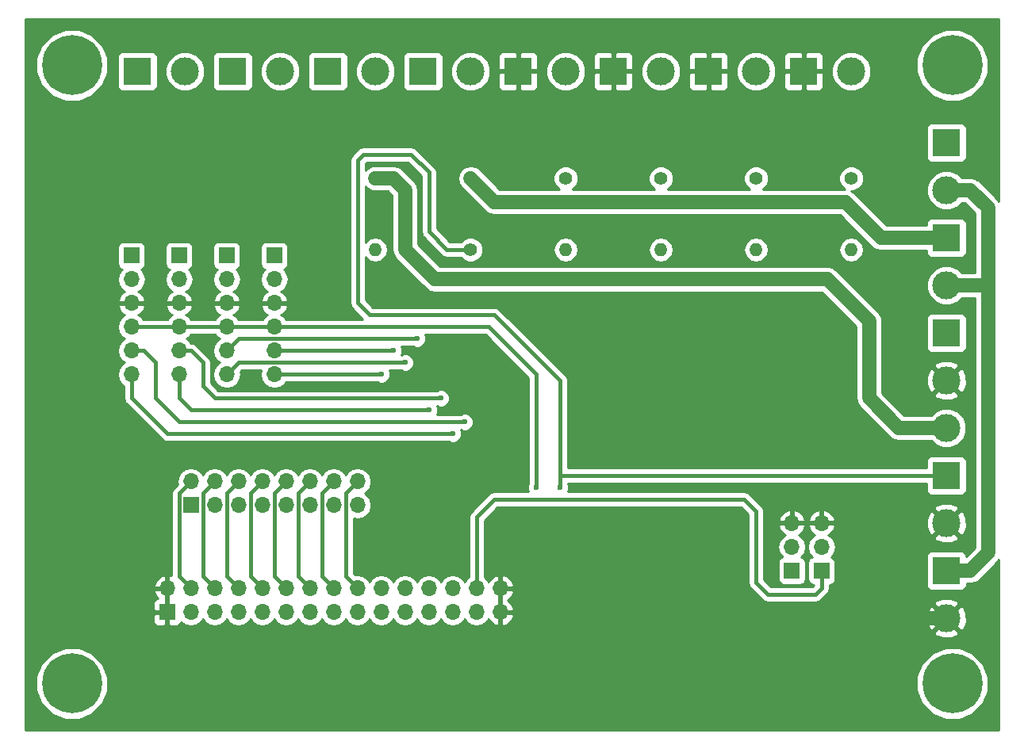
<source format=gbr>
G04 #@! TF.FileFunction,Copper,L2,Bot,Signal*
%FSLAX46Y46*%
G04 Gerber Fmt 4.6, Leading zero omitted, Abs format (unit mm)*
G04 Created by KiCad (PCBNEW 4.0.5) date 02/02/17 21:36:50*
%MOMM*%
%LPD*%
G01*
G04 APERTURE LIST*
%ADD10C,0.100000*%
%ADD11C,1.400000*%
%ADD12O,1.400000X1.400000*%
%ADD13R,1.700000X1.700000*%
%ADD14O,1.700000X1.700000*%
%ADD15R,3.000000X3.000000*%
%ADD16C,3.000000*%
%ADD17C,6.400000*%
%ADD18C,0.600000*%
%ADD19C,0.400000*%
%ADD20C,1.500000*%
%ADD21C,0.254000*%
G04 APERTURE END LIST*
D10*
D11*
X122555000Y-80645000D03*
D12*
X122555000Y-88265000D03*
D11*
X112395000Y-80645000D03*
D12*
X112395000Y-88265000D03*
D11*
X102235000Y-80645000D03*
D12*
X102235000Y-88265000D03*
D11*
X92075000Y-80645000D03*
D12*
X92075000Y-88265000D03*
D11*
X81915000Y-88265000D03*
D12*
X81915000Y-80645000D03*
D11*
X71755000Y-80645000D03*
D12*
X71755000Y-88265000D03*
D13*
X116205000Y-122555000D03*
D14*
X116205000Y-120015000D03*
X116205000Y-117475000D03*
D13*
X119380000Y-122555000D03*
D14*
X119380000Y-120015000D03*
X119380000Y-117475000D03*
D13*
X49530000Y-127000000D03*
D14*
X49530000Y-124460000D03*
X52070000Y-127000000D03*
X52070000Y-124460000D03*
X54610000Y-127000000D03*
X54610000Y-124460000D03*
X57150000Y-127000000D03*
X57150000Y-124460000D03*
X59690000Y-127000000D03*
X59690000Y-124460000D03*
X62230000Y-127000000D03*
X62230000Y-124460000D03*
X64770000Y-127000000D03*
X64770000Y-124460000D03*
X67310000Y-127000000D03*
X67310000Y-124460000D03*
X69850000Y-127000000D03*
X69850000Y-124460000D03*
X72390000Y-127000000D03*
X72390000Y-124460000D03*
X74930000Y-127000000D03*
X74930000Y-124460000D03*
X77470000Y-127000000D03*
X77470000Y-124460000D03*
X80010000Y-127000000D03*
X80010000Y-124460000D03*
X82550000Y-127000000D03*
X82550000Y-124460000D03*
X85090000Y-127000000D03*
X85090000Y-124460000D03*
D13*
X52070000Y-115570000D03*
D14*
X52070000Y-113030000D03*
X54610000Y-115570000D03*
X54610000Y-113030000D03*
X57150000Y-115570000D03*
X57150000Y-113030000D03*
X59690000Y-115570000D03*
X59690000Y-113030000D03*
X62230000Y-115570000D03*
X62230000Y-113030000D03*
X64770000Y-115570000D03*
X64770000Y-113030000D03*
X67310000Y-115570000D03*
X67310000Y-113030000D03*
X69850000Y-115570000D03*
X69850000Y-113030000D03*
D13*
X60960000Y-88900000D03*
D14*
X60960000Y-91440000D03*
X60960000Y-93980000D03*
X60960000Y-96520000D03*
X60960000Y-99060000D03*
X60960000Y-101600000D03*
D13*
X55880000Y-88900000D03*
D14*
X55880000Y-91440000D03*
X55880000Y-93980000D03*
X55880000Y-96520000D03*
X55880000Y-99060000D03*
X55880000Y-101600000D03*
D13*
X50800000Y-88900000D03*
D14*
X50800000Y-91440000D03*
X50800000Y-93980000D03*
X50800000Y-96520000D03*
X50800000Y-99060000D03*
X50800000Y-101600000D03*
D13*
X45720000Y-88900000D03*
D14*
X45720000Y-91440000D03*
X45720000Y-93980000D03*
X45720000Y-96520000D03*
X45720000Y-99060000D03*
X45720000Y-101600000D03*
D15*
X132715000Y-76835000D03*
D16*
X132715000Y-81915000D03*
D15*
X132715000Y-86995000D03*
D16*
X132715000Y-92075000D03*
D15*
X132715000Y-97155000D03*
D16*
X132715000Y-102235000D03*
X132715000Y-107315000D03*
D15*
X86995000Y-69215000D03*
D16*
X92075000Y-69215000D03*
D15*
X97155000Y-69215000D03*
D16*
X102235000Y-69215000D03*
D15*
X107315000Y-69215000D03*
D16*
X112395000Y-69215000D03*
D15*
X117475000Y-69215000D03*
D16*
X122555000Y-69215000D03*
D15*
X76835000Y-69215000D03*
D16*
X81915000Y-69215000D03*
D15*
X66675000Y-69215000D03*
D16*
X71755000Y-69215000D03*
D15*
X56515000Y-69215000D03*
D16*
X61595000Y-69215000D03*
D15*
X46355000Y-69215000D03*
D16*
X51435000Y-69215000D03*
D15*
X132715000Y-112395000D03*
D16*
X132715000Y-117475000D03*
D15*
X132715000Y-122555000D03*
D16*
X132715000Y-127635000D03*
D17*
X133350000Y-68580000D03*
X39370000Y-68580000D03*
X39370000Y-134620000D03*
X133350000Y-134620000D03*
D18*
X91440000Y-113665000D03*
X73660000Y-99060000D03*
X72390000Y-101600000D03*
X76200000Y-97790000D03*
X74930000Y-100330000D03*
X78740000Y-104140000D03*
X77470000Y-105410000D03*
X81280000Y-106680000D03*
X80010000Y-107950000D03*
X88900000Y-113665000D03*
D19*
X132715000Y-112395000D02*
X92710000Y-112395000D01*
X92710000Y-112395000D02*
X91440000Y-112395000D01*
X81915000Y-88265000D02*
X79375000Y-88265000D01*
X91440000Y-102235000D02*
X91440000Y-112395000D01*
X91440000Y-112395000D02*
X91440000Y-113665000D01*
X84455000Y-95250000D02*
X91440000Y-102235000D01*
X71120000Y-95250000D02*
X84455000Y-95250000D01*
X69850000Y-93980000D02*
X71120000Y-95250000D01*
X69850000Y-78740000D02*
X69850000Y-93980000D01*
X70485000Y-78105000D02*
X69850000Y-78740000D01*
X75565000Y-78105000D02*
X70485000Y-78105000D01*
X77470000Y-80010000D02*
X75565000Y-78105000D01*
X77470000Y-86360000D02*
X77470000Y-80010000D01*
X79375000Y-88265000D02*
X77470000Y-86360000D01*
D20*
X132715000Y-127635000D02*
X129159000Y-127635000D01*
X129159000Y-127635000D02*
X129032000Y-127508000D01*
X132715000Y-86995000D02*
X125730000Y-86995000D01*
X84455000Y-83185000D02*
X81915000Y-80645000D01*
X121920000Y-83185000D02*
X84455000Y-83185000D01*
X125730000Y-86995000D02*
X121920000Y-83185000D01*
X80010000Y-91440000D02*
X78105000Y-91440000D01*
X73660000Y-80645000D02*
X74930000Y-81915000D01*
X71755000Y-80645000D02*
X73660000Y-80645000D01*
X120015000Y-91440000D02*
X80010000Y-91440000D01*
X127635000Y-107315000D02*
X132715000Y-107315000D01*
X124460000Y-104140000D02*
X127635000Y-107315000D01*
X124460000Y-95885000D02*
X124460000Y-104140000D01*
X121920000Y-93345000D02*
X124460000Y-95885000D01*
X121920000Y-93345000D02*
X120015000Y-91440000D01*
X74930000Y-88265000D02*
X74930000Y-81915000D01*
X78105000Y-91440000D02*
X74930000Y-88265000D01*
X132715000Y-92075000D02*
X137160000Y-92075000D01*
X137160000Y-92075000D02*
X137160000Y-92710000D01*
X132715000Y-81915000D02*
X135255000Y-81915000D01*
X135255000Y-122555000D02*
X137160000Y-120650000D01*
X135255000Y-122555000D02*
X132715000Y-122555000D01*
X137160000Y-83820000D02*
X137160000Y-92710000D01*
X137160000Y-92710000D02*
X137160000Y-120650000D01*
X135255000Y-81915000D02*
X137160000Y-83820000D01*
D19*
X82550000Y-124460000D02*
X82550000Y-116840000D01*
X119380000Y-124460000D02*
X119380000Y-122555000D01*
X118745000Y-125095000D02*
X119380000Y-124460000D01*
X113665000Y-125095000D02*
X118745000Y-125095000D01*
X112395000Y-123825000D02*
X113665000Y-125095000D01*
X112395000Y-116205000D02*
X112395000Y-123825000D01*
X111125000Y-114935000D02*
X112395000Y-116205000D01*
X84455000Y-114935000D02*
X111125000Y-114935000D01*
X82550000Y-116840000D02*
X84455000Y-114935000D01*
X52070000Y-124460000D02*
X50800000Y-123190000D01*
X50800000Y-114300000D02*
X52070000Y-113030000D01*
X50800000Y-123190000D02*
X50800000Y-114300000D01*
X54610000Y-124460000D02*
X53340000Y-123190000D01*
X53340000Y-114300000D02*
X54610000Y-113030000D01*
X53340000Y-123190000D02*
X53340000Y-114300000D01*
X57150000Y-124460000D02*
X55880000Y-123190000D01*
X55880000Y-114300000D02*
X57150000Y-113030000D01*
X55880000Y-123190000D02*
X55880000Y-114300000D01*
X59690000Y-124460000D02*
X58420000Y-123190000D01*
X58420000Y-114300000D02*
X59690000Y-113030000D01*
X58420000Y-123190000D02*
X58420000Y-114300000D01*
X62230000Y-124460000D02*
X60960000Y-123190000D01*
X60960000Y-114300000D02*
X62230000Y-113030000D01*
X60960000Y-123190000D02*
X60960000Y-114300000D01*
X64770000Y-124460000D02*
X63500000Y-123190000D01*
X63500000Y-114300000D02*
X64770000Y-113030000D01*
X63500000Y-123190000D02*
X63500000Y-114300000D01*
X67310000Y-124460000D02*
X66040000Y-123190000D01*
X66040000Y-114300000D02*
X67310000Y-113030000D01*
X66040000Y-123190000D02*
X66040000Y-114300000D01*
X69850000Y-124460000D02*
X68580000Y-123190000D01*
X68580000Y-114300000D02*
X69850000Y-113030000D01*
X68580000Y-123190000D02*
X68580000Y-114300000D01*
X69850000Y-99060000D02*
X73660000Y-99060000D01*
X69850000Y-99060000D02*
X60960000Y-99060000D01*
X69850000Y-101600000D02*
X72390000Y-101600000D01*
X69850000Y-101600000D02*
X60960000Y-101600000D01*
X55880000Y-99060000D02*
X57150000Y-97790000D01*
X57150000Y-97790000D02*
X76200000Y-97790000D01*
X55880000Y-101600000D02*
X57150000Y-100330000D01*
X57150000Y-100330000D02*
X74930000Y-100330000D01*
X50800000Y-99060000D02*
X52070000Y-99060000D01*
X54610000Y-104140000D02*
X78740000Y-104140000D01*
X53340000Y-102870000D02*
X54610000Y-104140000D01*
X53340000Y-100330000D02*
X53340000Y-102870000D01*
X52070000Y-99060000D02*
X53340000Y-100330000D01*
X50800000Y-101600000D02*
X50800000Y-104140000D01*
X52070000Y-105410000D02*
X77470000Y-105410000D01*
X50800000Y-104140000D02*
X52070000Y-105410000D01*
X45720000Y-99060000D02*
X46990000Y-99060000D01*
X50800000Y-106680000D02*
X81280000Y-106680000D01*
X48260000Y-104140000D02*
X50800000Y-106680000D01*
X48260000Y-100330000D02*
X48260000Y-104140000D01*
X46990000Y-99060000D02*
X48260000Y-100330000D01*
X45720000Y-101600000D02*
X45720000Y-104140000D01*
X49530000Y-107950000D02*
X80010000Y-107950000D01*
X45720000Y-104140000D02*
X49530000Y-107950000D01*
X83820000Y-96520000D02*
X60960000Y-96520000D01*
X83820000Y-96520000D02*
X88900000Y-101600000D01*
X88900000Y-113665000D02*
X88900000Y-101600000D01*
X55880000Y-96520000D02*
X60960000Y-96520000D01*
X50800000Y-96520000D02*
X55880000Y-96520000D01*
X45720000Y-96520000D02*
X50800000Y-96520000D01*
D21*
G36*
X138303000Y-83085587D02*
X138139343Y-82840657D01*
X136234343Y-80935657D01*
X136003539Y-80781439D01*
X135785017Y-80635427D01*
X135255000Y-80530000D01*
X134349129Y-80530000D01*
X133925959Y-80106091D01*
X133141541Y-79780372D01*
X132292185Y-79779630D01*
X131507200Y-80103980D01*
X130906091Y-80704041D01*
X130580372Y-81488459D01*
X130579630Y-82337815D01*
X130903980Y-83122800D01*
X131504041Y-83723909D01*
X132288459Y-84049628D01*
X133137815Y-84050370D01*
X133922800Y-83726020D01*
X134349564Y-83300000D01*
X134681314Y-83300000D01*
X135775000Y-84393686D01*
X135775000Y-90690000D01*
X134349129Y-90690000D01*
X133925959Y-90266091D01*
X133141541Y-89940372D01*
X132292185Y-89939630D01*
X131507200Y-90263980D01*
X130906091Y-90864041D01*
X130580372Y-91648459D01*
X130579630Y-92497815D01*
X130903980Y-93282800D01*
X131504041Y-93883909D01*
X132288459Y-94209628D01*
X133137815Y-94210370D01*
X133922800Y-93886020D01*
X134349564Y-93460000D01*
X135775000Y-93460000D01*
X135775000Y-120076314D01*
X134851968Y-120999346D01*
X134818162Y-120819683D01*
X134679090Y-120603559D01*
X134466890Y-120458569D01*
X134215000Y-120407560D01*
X131215000Y-120407560D01*
X130979683Y-120451838D01*
X130763559Y-120590910D01*
X130618569Y-120803110D01*
X130567560Y-121055000D01*
X130567560Y-124055000D01*
X130611838Y-124290317D01*
X130750910Y-124506441D01*
X130963110Y-124651431D01*
X131215000Y-124702440D01*
X134215000Y-124702440D01*
X134450317Y-124658162D01*
X134666441Y-124519090D01*
X134811431Y-124306890D01*
X134862440Y-124055000D01*
X134862440Y-123940000D01*
X135255000Y-123940000D01*
X135785017Y-123834573D01*
X136234343Y-123534343D01*
X138139343Y-121629343D01*
X138303000Y-121384413D01*
X138303000Y-139573000D01*
X34417000Y-139573000D01*
X34417000Y-135379482D01*
X35534336Y-135379482D01*
X36116950Y-136789515D01*
X37194811Y-137869259D01*
X38603825Y-138454333D01*
X40129482Y-138455664D01*
X41539515Y-137873050D01*
X42619259Y-136795189D01*
X43204333Y-135386175D01*
X43204338Y-135379482D01*
X129514336Y-135379482D01*
X130096950Y-136789515D01*
X131174811Y-137869259D01*
X132583825Y-138454333D01*
X134109482Y-138455664D01*
X135519515Y-137873050D01*
X136599259Y-136795189D01*
X137184333Y-135386175D01*
X137185664Y-133860518D01*
X136603050Y-132450485D01*
X135525189Y-131370741D01*
X134116175Y-130785667D01*
X132590518Y-130784336D01*
X131180485Y-131366950D01*
X130100741Y-132444811D01*
X129515667Y-133853825D01*
X129514336Y-135379482D01*
X43204338Y-135379482D01*
X43205664Y-133860518D01*
X42623050Y-132450485D01*
X41545189Y-131370741D01*
X40136175Y-130785667D01*
X38610518Y-130784336D01*
X37200485Y-131366950D01*
X36120741Y-132444811D01*
X35535667Y-133853825D01*
X35534336Y-135379482D01*
X34417000Y-135379482D01*
X34417000Y-129148970D01*
X131380635Y-129148970D01*
X131540418Y-129467739D01*
X132331187Y-129777723D01*
X133180387Y-129761497D01*
X133889582Y-129467739D01*
X134049365Y-129148970D01*
X132715000Y-127814605D01*
X131380635Y-129148970D01*
X34417000Y-129148970D01*
X34417000Y-127285750D01*
X48045000Y-127285750D01*
X48045000Y-127976309D01*
X48141673Y-128209698D01*
X48320301Y-128388327D01*
X48553690Y-128485000D01*
X49244250Y-128485000D01*
X49403000Y-128326250D01*
X49403000Y-127127000D01*
X48203750Y-127127000D01*
X48045000Y-127285750D01*
X34417000Y-127285750D01*
X34417000Y-126023691D01*
X48045000Y-126023691D01*
X48045000Y-126714250D01*
X48203750Y-126873000D01*
X49403000Y-126873000D01*
X49403000Y-124587000D01*
X48209181Y-124587000D01*
X48088514Y-124816892D01*
X48334817Y-125341358D01*
X48534208Y-125523070D01*
X48320301Y-125611673D01*
X48141673Y-125790302D01*
X48045000Y-126023691D01*
X34417000Y-126023691D01*
X34417000Y-124103108D01*
X48088514Y-124103108D01*
X48209181Y-124333000D01*
X49403000Y-124333000D01*
X49403000Y-123139845D01*
X49173110Y-123018524D01*
X48763076Y-123188355D01*
X48334817Y-123578642D01*
X48088514Y-124103108D01*
X34417000Y-124103108D01*
X34417000Y-96520000D01*
X44205907Y-96520000D01*
X44318946Y-97088285D01*
X44640853Y-97570054D01*
X44970026Y-97790000D01*
X44640853Y-98009946D01*
X44318946Y-98491715D01*
X44205907Y-99060000D01*
X44318946Y-99628285D01*
X44640853Y-100110054D01*
X44970026Y-100330000D01*
X44640853Y-100549946D01*
X44318946Y-101031715D01*
X44205907Y-101600000D01*
X44318946Y-102168285D01*
X44640853Y-102650054D01*
X44885000Y-102813187D01*
X44885000Y-104140000D01*
X44948561Y-104459541D01*
X45088479Y-104668943D01*
X45129566Y-104730434D01*
X48939566Y-108540434D01*
X49210460Y-108721440D01*
X49530000Y-108785000D01*
X79582766Y-108785000D01*
X79823201Y-108884838D01*
X80195167Y-108885162D01*
X80538943Y-108743117D01*
X80802192Y-108480327D01*
X80944838Y-108136799D01*
X80945162Y-107764833D01*
X80841933Y-107515000D01*
X80852766Y-107515000D01*
X81093201Y-107614838D01*
X81465167Y-107615162D01*
X81808943Y-107473117D01*
X82072192Y-107210327D01*
X82214838Y-106866799D01*
X82215162Y-106494833D01*
X82073117Y-106151057D01*
X81810327Y-105887808D01*
X81466799Y-105745162D01*
X81094833Y-105744838D01*
X80852422Y-105845000D01*
X78301775Y-105845000D01*
X78404838Y-105596799D01*
X78405162Y-105224833D01*
X78301933Y-104975000D01*
X78312766Y-104975000D01*
X78553201Y-105074838D01*
X78925167Y-105075162D01*
X79268943Y-104933117D01*
X79532192Y-104670327D01*
X79674838Y-104326799D01*
X79675162Y-103954833D01*
X79533117Y-103611057D01*
X79270327Y-103347808D01*
X78926799Y-103205162D01*
X78554833Y-103204838D01*
X78312422Y-103305000D01*
X54955868Y-103305000D01*
X54175000Y-102524132D01*
X54175000Y-100330000D01*
X54111439Y-100010459D01*
X53930434Y-99739566D01*
X52660434Y-98469566D01*
X52389541Y-98288561D01*
X52070000Y-98225000D01*
X52022841Y-98225000D01*
X51879147Y-98009946D01*
X51549974Y-97790000D01*
X51879147Y-97570054D01*
X52022841Y-97355000D01*
X54657159Y-97355000D01*
X54800853Y-97570054D01*
X55130026Y-97790000D01*
X54800853Y-98009946D01*
X54478946Y-98491715D01*
X54365907Y-99060000D01*
X54478946Y-99628285D01*
X54800853Y-100110054D01*
X55130026Y-100330000D01*
X54800853Y-100549946D01*
X54478946Y-101031715D01*
X54365907Y-101600000D01*
X54478946Y-102168285D01*
X54800853Y-102650054D01*
X55282622Y-102971961D01*
X55850907Y-103085000D01*
X55909093Y-103085000D01*
X56477378Y-102971961D01*
X56959147Y-102650054D01*
X57281054Y-102168285D01*
X57394093Y-101600000D01*
X57338807Y-101322061D01*
X57495868Y-101165000D01*
X59532434Y-101165000D01*
X59445907Y-101600000D01*
X59558946Y-102168285D01*
X59880853Y-102650054D01*
X60362622Y-102971961D01*
X60930907Y-103085000D01*
X60989093Y-103085000D01*
X61557378Y-102971961D01*
X62039147Y-102650054D01*
X62182841Y-102435000D01*
X71962766Y-102435000D01*
X72203201Y-102534838D01*
X72575167Y-102535162D01*
X72918943Y-102393117D01*
X73182192Y-102130327D01*
X73324838Y-101786799D01*
X73325162Y-101414833D01*
X73221933Y-101165000D01*
X74502766Y-101165000D01*
X74743201Y-101264838D01*
X75115167Y-101265162D01*
X75458943Y-101123117D01*
X75722192Y-100860327D01*
X75864838Y-100516799D01*
X75865162Y-100144833D01*
X75723117Y-99801057D01*
X75460327Y-99537808D01*
X75116799Y-99395162D01*
X74744833Y-99394838D01*
X74502422Y-99495000D01*
X74491775Y-99495000D01*
X74594838Y-99246799D01*
X74595162Y-98874833D01*
X74491933Y-98625000D01*
X75772766Y-98625000D01*
X76013201Y-98724838D01*
X76385167Y-98725162D01*
X76728943Y-98583117D01*
X76992192Y-98320327D01*
X77134838Y-97976799D01*
X77135162Y-97604833D01*
X77031933Y-97355000D01*
X83474132Y-97355000D01*
X88065000Y-101945868D01*
X88065000Y-113237766D01*
X87965162Y-113478201D01*
X87964838Y-113850167D01*
X88068067Y-114100000D01*
X84455000Y-114100000D01*
X84135459Y-114163561D01*
X83931264Y-114300000D01*
X83864566Y-114344566D01*
X81959566Y-116249566D01*
X81778561Y-116520459D01*
X81715000Y-116840000D01*
X81715000Y-123237159D01*
X81499946Y-123380853D01*
X81280000Y-123710026D01*
X81060054Y-123380853D01*
X80578285Y-123058946D01*
X80010000Y-122945907D01*
X79441715Y-123058946D01*
X78959946Y-123380853D01*
X78740000Y-123710026D01*
X78520054Y-123380853D01*
X78038285Y-123058946D01*
X77470000Y-122945907D01*
X76901715Y-123058946D01*
X76419946Y-123380853D01*
X76200000Y-123710026D01*
X75980054Y-123380853D01*
X75498285Y-123058946D01*
X74930000Y-122945907D01*
X74361715Y-123058946D01*
X73879946Y-123380853D01*
X73660000Y-123710026D01*
X73440054Y-123380853D01*
X72958285Y-123058946D01*
X72390000Y-122945907D01*
X71821715Y-123058946D01*
X71339946Y-123380853D01*
X71120000Y-123710026D01*
X70900054Y-123380853D01*
X70418285Y-123058946D01*
X69850000Y-122945907D01*
X69572061Y-123001193D01*
X69415000Y-122844132D01*
X69415000Y-116997566D01*
X69850000Y-117084093D01*
X70418285Y-116971054D01*
X70900054Y-116649147D01*
X71221961Y-116167378D01*
X71335000Y-115599093D01*
X71335000Y-115540907D01*
X71221961Y-114972622D01*
X70900054Y-114490853D01*
X70614422Y-114300000D01*
X70900054Y-114109147D01*
X71221961Y-113627378D01*
X71335000Y-113059093D01*
X71335000Y-113000907D01*
X71221961Y-112432622D01*
X70900054Y-111950853D01*
X70418285Y-111628946D01*
X69850000Y-111515907D01*
X69281715Y-111628946D01*
X68799946Y-111950853D01*
X68580000Y-112280026D01*
X68360054Y-111950853D01*
X67878285Y-111628946D01*
X67310000Y-111515907D01*
X66741715Y-111628946D01*
X66259946Y-111950853D01*
X66040000Y-112280026D01*
X65820054Y-111950853D01*
X65338285Y-111628946D01*
X64770000Y-111515907D01*
X64201715Y-111628946D01*
X63719946Y-111950853D01*
X63500000Y-112280026D01*
X63280054Y-111950853D01*
X62798285Y-111628946D01*
X62230000Y-111515907D01*
X61661715Y-111628946D01*
X61179946Y-111950853D01*
X60960000Y-112280026D01*
X60740054Y-111950853D01*
X60258285Y-111628946D01*
X59690000Y-111515907D01*
X59121715Y-111628946D01*
X58639946Y-111950853D01*
X58420000Y-112280026D01*
X58200054Y-111950853D01*
X57718285Y-111628946D01*
X57150000Y-111515907D01*
X56581715Y-111628946D01*
X56099946Y-111950853D01*
X55880000Y-112280026D01*
X55660054Y-111950853D01*
X55178285Y-111628946D01*
X54610000Y-111515907D01*
X54041715Y-111628946D01*
X53559946Y-111950853D01*
X53340000Y-112280026D01*
X53120054Y-111950853D01*
X52638285Y-111628946D01*
X52070000Y-111515907D01*
X51501715Y-111628946D01*
X51019946Y-111950853D01*
X50698039Y-112432622D01*
X50585000Y-113000907D01*
X50585000Y-113059093D01*
X50630632Y-113288500D01*
X50209566Y-113709566D01*
X50028561Y-113980459D01*
X49965000Y-114300000D01*
X49965000Y-123050876D01*
X49886890Y-123018524D01*
X49657000Y-123139845D01*
X49657000Y-124333000D01*
X49677000Y-124333000D01*
X49677000Y-124587000D01*
X49657000Y-124587000D01*
X49657000Y-126873000D01*
X49677000Y-126873000D01*
X49677000Y-127127000D01*
X49657000Y-127127000D01*
X49657000Y-128326250D01*
X49815750Y-128485000D01*
X50506310Y-128485000D01*
X50739699Y-128388327D01*
X50918327Y-128209698D01*
X50990597Y-128035223D01*
X51019946Y-128079147D01*
X51501715Y-128401054D01*
X52070000Y-128514093D01*
X52638285Y-128401054D01*
X53120054Y-128079147D01*
X53340000Y-127749974D01*
X53559946Y-128079147D01*
X54041715Y-128401054D01*
X54610000Y-128514093D01*
X55178285Y-128401054D01*
X55660054Y-128079147D01*
X55880000Y-127749974D01*
X56099946Y-128079147D01*
X56581715Y-128401054D01*
X57150000Y-128514093D01*
X57718285Y-128401054D01*
X58200054Y-128079147D01*
X58420000Y-127749974D01*
X58639946Y-128079147D01*
X59121715Y-128401054D01*
X59690000Y-128514093D01*
X60258285Y-128401054D01*
X60740054Y-128079147D01*
X60960000Y-127749974D01*
X61179946Y-128079147D01*
X61661715Y-128401054D01*
X62230000Y-128514093D01*
X62798285Y-128401054D01*
X63280054Y-128079147D01*
X63500000Y-127749974D01*
X63719946Y-128079147D01*
X64201715Y-128401054D01*
X64770000Y-128514093D01*
X65338285Y-128401054D01*
X65820054Y-128079147D01*
X66040000Y-127749974D01*
X66259946Y-128079147D01*
X66741715Y-128401054D01*
X67310000Y-128514093D01*
X67878285Y-128401054D01*
X68360054Y-128079147D01*
X68580000Y-127749974D01*
X68799946Y-128079147D01*
X69281715Y-128401054D01*
X69850000Y-128514093D01*
X70418285Y-128401054D01*
X70900054Y-128079147D01*
X71120000Y-127749974D01*
X71339946Y-128079147D01*
X71821715Y-128401054D01*
X72390000Y-128514093D01*
X72958285Y-128401054D01*
X73440054Y-128079147D01*
X73660000Y-127749974D01*
X73879946Y-128079147D01*
X74361715Y-128401054D01*
X74930000Y-128514093D01*
X75498285Y-128401054D01*
X75980054Y-128079147D01*
X76200000Y-127749974D01*
X76419946Y-128079147D01*
X76901715Y-128401054D01*
X77470000Y-128514093D01*
X78038285Y-128401054D01*
X78520054Y-128079147D01*
X78740000Y-127749974D01*
X78959946Y-128079147D01*
X79441715Y-128401054D01*
X80010000Y-128514093D01*
X80578285Y-128401054D01*
X81060054Y-128079147D01*
X81280000Y-127749974D01*
X81499946Y-128079147D01*
X81981715Y-128401054D01*
X82550000Y-128514093D01*
X83118285Y-128401054D01*
X83600054Y-128079147D01*
X83827702Y-127738447D01*
X83894817Y-127881358D01*
X84323076Y-128271645D01*
X84733110Y-128441476D01*
X84963000Y-128320155D01*
X84963000Y-127127000D01*
X85217000Y-127127000D01*
X85217000Y-128320155D01*
X85446890Y-128441476D01*
X85856924Y-128271645D01*
X86285183Y-127881358D01*
X86531486Y-127356892D01*
X86476003Y-127251187D01*
X130572277Y-127251187D01*
X130588503Y-128100387D01*
X130882261Y-128809582D01*
X131201030Y-128969365D01*
X132535395Y-127635000D01*
X132894605Y-127635000D01*
X134228970Y-128969365D01*
X134547739Y-128809582D01*
X134857723Y-128018813D01*
X134841497Y-127169613D01*
X134547739Y-126460418D01*
X134228970Y-126300635D01*
X132894605Y-127635000D01*
X132535395Y-127635000D01*
X131201030Y-126300635D01*
X130882261Y-126460418D01*
X130572277Y-127251187D01*
X86476003Y-127251187D01*
X86410819Y-127127000D01*
X85217000Y-127127000D01*
X84963000Y-127127000D01*
X84943000Y-127127000D01*
X84943000Y-126873000D01*
X84963000Y-126873000D01*
X84963000Y-124587000D01*
X85217000Y-124587000D01*
X85217000Y-126873000D01*
X86410819Y-126873000D01*
X86531486Y-126643108D01*
X86286305Y-126121030D01*
X131380635Y-126121030D01*
X132715000Y-127455395D01*
X134049365Y-126121030D01*
X133889582Y-125802261D01*
X133098813Y-125492277D01*
X132249613Y-125508503D01*
X131540418Y-125802261D01*
X131380635Y-126121030D01*
X86286305Y-126121030D01*
X86285183Y-126118642D01*
X85858729Y-125730000D01*
X86285183Y-125341358D01*
X86531486Y-124816892D01*
X86410819Y-124587000D01*
X85217000Y-124587000D01*
X84963000Y-124587000D01*
X84943000Y-124587000D01*
X84943000Y-124333000D01*
X84963000Y-124333000D01*
X84963000Y-123139845D01*
X85217000Y-123139845D01*
X85217000Y-124333000D01*
X86410819Y-124333000D01*
X86531486Y-124103108D01*
X86285183Y-123578642D01*
X85856924Y-123188355D01*
X85446890Y-123018524D01*
X85217000Y-123139845D01*
X84963000Y-123139845D01*
X84733110Y-123018524D01*
X84323076Y-123188355D01*
X83894817Y-123578642D01*
X83827702Y-123721553D01*
X83600054Y-123380853D01*
X83385000Y-123237159D01*
X83385000Y-117185868D01*
X84800868Y-115770000D01*
X110779132Y-115770000D01*
X111560000Y-116550868D01*
X111560000Y-123825000D01*
X111623561Y-124144541D01*
X111804566Y-124415434D01*
X113074566Y-125685434D01*
X113345459Y-125866439D01*
X113665000Y-125930000D01*
X118745000Y-125930000D01*
X119064541Y-125866439D01*
X119335434Y-125685434D01*
X119970434Y-125050434D01*
X120151440Y-124779540D01*
X120215000Y-124460000D01*
X120215000Y-124052440D01*
X120230000Y-124052440D01*
X120465317Y-124008162D01*
X120681441Y-123869090D01*
X120826431Y-123656890D01*
X120877440Y-123405000D01*
X120877440Y-121705000D01*
X120833162Y-121469683D01*
X120694090Y-121253559D01*
X120481890Y-121108569D01*
X120414459Y-121094914D01*
X120459147Y-121065054D01*
X120781054Y-120583285D01*
X120894093Y-120015000D01*
X120781054Y-119446715D01*
X120475200Y-118988970D01*
X131380635Y-118988970D01*
X131540418Y-119307739D01*
X132331187Y-119617723D01*
X133180387Y-119601497D01*
X133889582Y-119307739D01*
X134049365Y-118988970D01*
X132715000Y-117654605D01*
X131380635Y-118988970D01*
X120475200Y-118988970D01*
X120459147Y-118964946D01*
X120118447Y-118737298D01*
X120261358Y-118670183D01*
X120651645Y-118241924D01*
X120821476Y-117831890D01*
X120700155Y-117602000D01*
X119507000Y-117602000D01*
X119507000Y-117622000D01*
X119253000Y-117622000D01*
X119253000Y-117602000D01*
X118059845Y-117602000D01*
X117938524Y-117831890D01*
X118108355Y-118241924D01*
X118498642Y-118670183D01*
X118641553Y-118737298D01*
X118300853Y-118964946D01*
X117978946Y-119446715D01*
X117865907Y-120015000D01*
X117978946Y-120583285D01*
X118300853Y-121065054D01*
X118342452Y-121092850D01*
X118294683Y-121101838D01*
X118078559Y-121240910D01*
X117933569Y-121453110D01*
X117882560Y-121705000D01*
X117882560Y-123405000D01*
X117926838Y-123640317D01*
X118065910Y-123856441D01*
X118278110Y-124001431D01*
X118530000Y-124052440D01*
X118545000Y-124052440D01*
X118545000Y-124114132D01*
X118399132Y-124260000D01*
X114010868Y-124260000D01*
X113230000Y-123479132D01*
X113230000Y-120015000D01*
X114690907Y-120015000D01*
X114803946Y-120583285D01*
X115125853Y-121065054D01*
X115167452Y-121092850D01*
X115119683Y-121101838D01*
X114903559Y-121240910D01*
X114758569Y-121453110D01*
X114707560Y-121705000D01*
X114707560Y-123405000D01*
X114751838Y-123640317D01*
X114890910Y-123856441D01*
X115103110Y-124001431D01*
X115355000Y-124052440D01*
X117055000Y-124052440D01*
X117290317Y-124008162D01*
X117506441Y-123869090D01*
X117651431Y-123656890D01*
X117702440Y-123405000D01*
X117702440Y-121705000D01*
X117658162Y-121469683D01*
X117519090Y-121253559D01*
X117306890Y-121108569D01*
X117239459Y-121094914D01*
X117284147Y-121065054D01*
X117606054Y-120583285D01*
X117719093Y-120015000D01*
X117606054Y-119446715D01*
X117284147Y-118964946D01*
X116943447Y-118737298D01*
X117086358Y-118670183D01*
X117476645Y-118241924D01*
X117646476Y-117831890D01*
X117525155Y-117602000D01*
X116332000Y-117602000D01*
X116332000Y-117622000D01*
X116078000Y-117622000D01*
X116078000Y-117602000D01*
X114884845Y-117602000D01*
X114763524Y-117831890D01*
X114933355Y-118241924D01*
X115323642Y-118670183D01*
X115466553Y-118737298D01*
X115125853Y-118964946D01*
X114803946Y-119446715D01*
X114690907Y-120015000D01*
X113230000Y-120015000D01*
X113230000Y-117118110D01*
X114763524Y-117118110D01*
X114884845Y-117348000D01*
X116078000Y-117348000D01*
X116078000Y-116154181D01*
X116332000Y-116154181D01*
X116332000Y-117348000D01*
X117525155Y-117348000D01*
X117646476Y-117118110D01*
X117938524Y-117118110D01*
X118059845Y-117348000D01*
X119253000Y-117348000D01*
X119253000Y-116154181D01*
X119507000Y-116154181D01*
X119507000Y-117348000D01*
X120700155Y-117348000D01*
X120821476Y-117118110D01*
X120810325Y-117091187D01*
X130572277Y-117091187D01*
X130588503Y-117940387D01*
X130882261Y-118649582D01*
X131201030Y-118809365D01*
X132535395Y-117475000D01*
X132894605Y-117475000D01*
X134228970Y-118809365D01*
X134547739Y-118649582D01*
X134857723Y-117858813D01*
X134841497Y-117009613D01*
X134547739Y-116300418D01*
X134228970Y-116140635D01*
X132894605Y-117475000D01*
X132535395Y-117475000D01*
X131201030Y-116140635D01*
X130882261Y-116300418D01*
X130572277Y-117091187D01*
X120810325Y-117091187D01*
X120651645Y-116708076D01*
X120261358Y-116279817D01*
X119736892Y-116033514D01*
X119507000Y-116154181D01*
X119253000Y-116154181D01*
X119023108Y-116033514D01*
X118498642Y-116279817D01*
X118108355Y-116708076D01*
X117938524Y-117118110D01*
X117646476Y-117118110D01*
X117476645Y-116708076D01*
X117086358Y-116279817D01*
X116561892Y-116033514D01*
X116332000Y-116154181D01*
X116078000Y-116154181D01*
X115848108Y-116033514D01*
X115323642Y-116279817D01*
X114933355Y-116708076D01*
X114763524Y-117118110D01*
X113230000Y-117118110D01*
X113230000Y-116205000D01*
X113181472Y-115961030D01*
X131380635Y-115961030D01*
X132715000Y-117295395D01*
X134049365Y-115961030D01*
X133889582Y-115642261D01*
X133098813Y-115332277D01*
X132249613Y-115348503D01*
X131540418Y-115642261D01*
X131380635Y-115961030D01*
X113181472Y-115961030D01*
X113166439Y-115885459D01*
X112985434Y-115614566D01*
X111715434Y-114344566D01*
X111648736Y-114300000D01*
X111444541Y-114163561D01*
X111125000Y-114100000D01*
X92271775Y-114100000D01*
X92374838Y-113851799D01*
X92375162Y-113479833D01*
X92275000Y-113237422D01*
X92275000Y-113230000D01*
X130567560Y-113230000D01*
X130567560Y-113895000D01*
X130611838Y-114130317D01*
X130750910Y-114346441D01*
X130963110Y-114491431D01*
X131215000Y-114542440D01*
X134215000Y-114542440D01*
X134450317Y-114498162D01*
X134666441Y-114359090D01*
X134811431Y-114146890D01*
X134862440Y-113895000D01*
X134862440Y-110895000D01*
X134818162Y-110659683D01*
X134679090Y-110443559D01*
X134466890Y-110298569D01*
X134215000Y-110247560D01*
X131215000Y-110247560D01*
X130979683Y-110291838D01*
X130763559Y-110430910D01*
X130618569Y-110643110D01*
X130567560Y-110895000D01*
X130567560Y-111560000D01*
X92275000Y-111560000D01*
X92275000Y-102235000D01*
X92266135Y-102190434D01*
X92211440Y-101915460D01*
X92030434Y-101644566D01*
X85045434Y-94659566D01*
X84964409Y-94605427D01*
X84774541Y-94478561D01*
X84455000Y-94415000D01*
X71465868Y-94415000D01*
X70685000Y-93634132D01*
X70685000Y-89046551D01*
X70811012Y-89235142D01*
X71244118Y-89524533D01*
X71755000Y-89626154D01*
X72265882Y-89524533D01*
X72698988Y-89235142D01*
X72988379Y-88802036D01*
X73090000Y-88291154D01*
X73090000Y-88238846D01*
X72988379Y-87727964D01*
X72698988Y-87294858D01*
X72265882Y-87005467D01*
X71755000Y-86903846D01*
X71244118Y-87005467D01*
X70811012Y-87294858D01*
X70685000Y-87483449D01*
X70685000Y-81488665D01*
X70775657Y-81624343D01*
X70987824Y-81766108D01*
X70997796Y-81776098D01*
X71010947Y-81781559D01*
X71224983Y-81924573D01*
X71475249Y-81974354D01*
X71488287Y-81979768D01*
X71502529Y-81979780D01*
X71755000Y-82030000D01*
X73086314Y-82030000D01*
X73545000Y-82488686D01*
X73545000Y-88265000D01*
X73650427Y-88795017D01*
X73852982Y-89098162D01*
X73950657Y-89244343D01*
X77125657Y-92419343D01*
X77574983Y-92719573D01*
X78105000Y-92825000D01*
X119441314Y-92825000D01*
X123075000Y-96458686D01*
X123075000Y-104140000D01*
X123180427Y-104670017D01*
X123341740Y-104911439D01*
X123480657Y-105119343D01*
X126655657Y-108294343D01*
X127104983Y-108594573D01*
X127635000Y-108700000D01*
X131080871Y-108700000D01*
X131504041Y-109123909D01*
X132288459Y-109449628D01*
X133137815Y-109450370D01*
X133922800Y-109126020D01*
X134523909Y-108525959D01*
X134849628Y-107741541D01*
X134850370Y-106892185D01*
X134526020Y-106107200D01*
X133925959Y-105506091D01*
X133141541Y-105180372D01*
X132292185Y-105179630D01*
X131507200Y-105503980D01*
X131080436Y-105930000D01*
X128208686Y-105930000D01*
X126027656Y-103748970D01*
X131380635Y-103748970D01*
X131540418Y-104067739D01*
X132331187Y-104377723D01*
X133180387Y-104361497D01*
X133889582Y-104067739D01*
X134049365Y-103748970D01*
X132715000Y-102414605D01*
X131380635Y-103748970D01*
X126027656Y-103748970D01*
X125845000Y-103566314D01*
X125845000Y-101851187D01*
X130572277Y-101851187D01*
X130588503Y-102700387D01*
X130882261Y-103409582D01*
X131201030Y-103569365D01*
X132535395Y-102235000D01*
X132894605Y-102235000D01*
X134228970Y-103569365D01*
X134547739Y-103409582D01*
X134857723Y-102618813D01*
X134841497Y-101769613D01*
X134547739Y-101060418D01*
X134228970Y-100900635D01*
X132894605Y-102235000D01*
X132535395Y-102235000D01*
X131201030Y-100900635D01*
X130882261Y-101060418D01*
X130572277Y-101851187D01*
X125845000Y-101851187D01*
X125845000Y-100721030D01*
X131380635Y-100721030D01*
X132715000Y-102055395D01*
X134049365Y-100721030D01*
X133889582Y-100402261D01*
X133098813Y-100092277D01*
X132249613Y-100108503D01*
X131540418Y-100402261D01*
X131380635Y-100721030D01*
X125845000Y-100721030D01*
X125845000Y-95885000D01*
X125799251Y-95655000D01*
X130567560Y-95655000D01*
X130567560Y-98655000D01*
X130611838Y-98890317D01*
X130750910Y-99106441D01*
X130963110Y-99251431D01*
X131215000Y-99302440D01*
X134215000Y-99302440D01*
X134450317Y-99258162D01*
X134666441Y-99119090D01*
X134811431Y-98906890D01*
X134862440Y-98655000D01*
X134862440Y-95655000D01*
X134818162Y-95419683D01*
X134679090Y-95203559D01*
X134466890Y-95058569D01*
X134215000Y-95007560D01*
X131215000Y-95007560D01*
X130979683Y-95051838D01*
X130763559Y-95190910D01*
X130618569Y-95403110D01*
X130567560Y-95655000D01*
X125799251Y-95655000D01*
X125739573Y-95354983D01*
X125439343Y-94905657D01*
X120994343Y-90460657D01*
X120833465Y-90353162D01*
X120545017Y-90160427D01*
X120015000Y-90055000D01*
X78678686Y-90055000D01*
X76315000Y-87691314D01*
X76315000Y-81915000D01*
X76209573Y-81384983D01*
X75909343Y-80935657D01*
X74639343Y-79665657D01*
X74503665Y-79575000D01*
X74190017Y-79365427D01*
X73660000Y-79260000D01*
X71755000Y-79260000D01*
X71504733Y-79309781D01*
X71490617Y-79309769D01*
X71477456Y-79315207D01*
X71224983Y-79365427D01*
X71012818Y-79507191D01*
X70999771Y-79512582D01*
X70989692Y-79522643D01*
X70775657Y-79665657D01*
X70685000Y-79801335D01*
X70685000Y-79085868D01*
X70830868Y-78940000D01*
X75219132Y-78940000D01*
X76635000Y-80355868D01*
X76635000Y-86360000D01*
X76698561Y-86679541D01*
X76848437Y-86903846D01*
X76879566Y-86950434D01*
X78784566Y-88855434D01*
X79055459Y-89036439D01*
X79375000Y-89100000D01*
X80862214Y-89100000D01*
X81157796Y-89396098D01*
X81648287Y-89599768D01*
X82179383Y-89600231D01*
X82670229Y-89397418D01*
X83046098Y-89022204D01*
X83249768Y-88531713D01*
X83250023Y-88238846D01*
X90740000Y-88238846D01*
X90740000Y-88291154D01*
X90841621Y-88802036D01*
X91131012Y-89235142D01*
X91564118Y-89524533D01*
X92075000Y-89626154D01*
X92585882Y-89524533D01*
X93018988Y-89235142D01*
X93308379Y-88802036D01*
X93410000Y-88291154D01*
X93410000Y-88238846D01*
X100900000Y-88238846D01*
X100900000Y-88291154D01*
X101001621Y-88802036D01*
X101291012Y-89235142D01*
X101724118Y-89524533D01*
X102235000Y-89626154D01*
X102745882Y-89524533D01*
X103178988Y-89235142D01*
X103468379Y-88802036D01*
X103570000Y-88291154D01*
X103570000Y-88238846D01*
X111060000Y-88238846D01*
X111060000Y-88291154D01*
X111161621Y-88802036D01*
X111451012Y-89235142D01*
X111884118Y-89524533D01*
X112395000Y-89626154D01*
X112905882Y-89524533D01*
X113338988Y-89235142D01*
X113628379Y-88802036D01*
X113730000Y-88291154D01*
X113730000Y-88238846D01*
X121220000Y-88238846D01*
X121220000Y-88291154D01*
X121321621Y-88802036D01*
X121611012Y-89235142D01*
X122044118Y-89524533D01*
X122555000Y-89626154D01*
X123065882Y-89524533D01*
X123498988Y-89235142D01*
X123788379Y-88802036D01*
X123890000Y-88291154D01*
X123890000Y-88238846D01*
X123788379Y-87727964D01*
X123498988Y-87294858D01*
X123065882Y-87005467D01*
X122555000Y-86903846D01*
X122044118Y-87005467D01*
X121611012Y-87294858D01*
X121321621Y-87727964D01*
X121220000Y-88238846D01*
X113730000Y-88238846D01*
X113628379Y-87727964D01*
X113338988Y-87294858D01*
X112905882Y-87005467D01*
X112395000Y-86903846D01*
X111884118Y-87005467D01*
X111451012Y-87294858D01*
X111161621Y-87727964D01*
X111060000Y-88238846D01*
X103570000Y-88238846D01*
X103468379Y-87727964D01*
X103178988Y-87294858D01*
X102745882Y-87005467D01*
X102235000Y-86903846D01*
X101724118Y-87005467D01*
X101291012Y-87294858D01*
X101001621Y-87727964D01*
X100900000Y-88238846D01*
X93410000Y-88238846D01*
X93308379Y-87727964D01*
X93018988Y-87294858D01*
X92585882Y-87005467D01*
X92075000Y-86903846D01*
X91564118Y-87005467D01*
X91131012Y-87294858D01*
X90841621Y-87727964D01*
X90740000Y-88238846D01*
X83250023Y-88238846D01*
X83250231Y-88000617D01*
X83047418Y-87509771D01*
X82672204Y-87133902D01*
X82181713Y-86930232D01*
X81650617Y-86929769D01*
X81159771Y-87132582D01*
X80861834Y-87430000D01*
X79720868Y-87430000D01*
X78305000Y-86014132D01*
X78305000Y-80645000D01*
X80530000Y-80645000D01*
X80635427Y-81175016D01*
X80935657Y-81624343D01*
X83475657Y-84164343D01*
X83924983Y-84464573D01*
X84455000Y-84570000D01*
X121346314Y-84570000D01*
X124750657Y-87974343D01*
X125199984Y-88274574D01*
X125730000Y-88380000D01*
X130567560Y-88380000D01*
X130567560Y-88495000D01*
X130611838Y-88730317D01*
X130750910Y-88946441D01*
X130963110Y-89091431D01*
X131215000Y-89142440D01*
X134215000Y-89142440D01*
X134450317Y-89098162D01*
X134666441Y-88959090D01*
X134811431Y-88746890D01*
X134862440Y-88495000D01*
X134862440Y-85495000D01*
X134818162Y-85259683D01*
X134679090Y-85043559D01*
X134466890Y-84898569D01*
X134215000Y-84847560D01*
X131215000Y-84847560D01*
X130979683Y-84891838D01*
X130763559Y-85030910D01*
X130618569Y-85243110D01*
X130567560Y-85495000D01*
X130567560Y-85610000D01*
X126303686Y-85610000D01*
X122899343Y-82205657D01*
X122561633Y-81980006D01*
X122819383Y-81980231D01*
X123310229Y-81777418D01*
X123686098Y-81402204D01*
X123889768Y-80911713D01*
X123890231Y-80380617D01*
X123687418Y-79889771D01*
X123312204Y-79513902D01*
X122821713Y-79310232D01*
X122290617Y-79309769D01*
X121799771Y-79512582D01*
X121423902Y-79887796D01*
X121220232Y-80378287D01*
X121219769Y-80909383D01*
X121422582Y-81400229D01*
X121797796Y-81776098D01*
X121855358Y-81800000D01*
X113095576Y-81800000D01*
X113150229Y-81777418D01*
X113526098Y-81402204D01*
X113729768Y-80911713D01*
X113730231Y-80380617D01*
X113527418Y-79889771D01*
X113152204Y-79513902D01*
X112661713Y-79310232D01*
X112130617Y-79309769D01*
X111639771Y-79512582D01*
X111263902Y-79887796D01*
X111060232Y-80378287D01*
X111059769Y-80909383D01*
X111262582Y-81400229D01*
X111637796Y-81776098D01*
X111695358Y-81800000D01*
X102935576Y-81800000D01*
X102990229Y-81777418D01*
X103366098Y-81402204D01*
X103569768Y-80911713D01*
X103570231Y-80380617D01*
X103367418Y-79889771D01*
X102992204Y-79513902D01*
X102501713Y-79310232D01*
X101970617Y-79309769D01*
X101479771Y-79512582D01*
X101103902Y-79887796D01*
X100900232Y-80378287D01*
X100899769Y-80909383D01*
X101102582Y-81400229D01*
X101477796Y-81776098D01*
X101535358Y-81800000D01*
X92775576Y-81800000D01*
X92830229Y-81777418D01*
X93206098Y-81402204D01*
X93409768Y-80911713D01*
X93410231Y-80380617D01*
X93207418Y-79889771D01*
X92832204Y-79513902D01*
X92341713Y-79310232D01*
X91810617Y-79309769D01*
X91319771Y-79512582D01*
X90943902Y-79887796D01*
X90740232Y-80378287D01*
X90739769Y-80909383D01*
X90942582Y-81400229D01*
X91317796Y-81776098D01*
X91375358Y-81800000D01*
X85028686Y-81800000D01*
X82894343Y-79665657D01*
X82445016Y-79365427D01*
X81915000Y-79260000D01*
X81384984Y-79365427D01*
X80935657Y-79665657D01*
X80635427Y-80114984D01*
X80530000Y-80645000D01*
X78305000Y-80645000D01*
X78305000Y-80010000D01*
X78241439Y-79690459D01*
X78060434Y-79419566D01*
X76155434Y-77514566D01*
X75884541Y-77333561D01*
X75565000Y-77270000D01*
X70485000Y-77270000D01*
X70165460Y-77333560D01*
X69894566Y-77514566D01*
X69259566Y-78149566D01*
X69078561Y-78420459D01*
X69015000Y-78740000D01*
X69015000Y-93980000D01*
X69078561Y-94299541D01*
X69259566Y-94570434D01*
X70374132Y-95685000D01*
X62182841Y-95685000D01*
X62039147Y-95469946D01*
X61698447Y-95242298D01*
X61841358Y-95175183D01*
X62231645Y-94746924D01*
X62401476Y-94336890D01*
X62280155Y-94107000D01*
X61087000Y-94107000D01*
X61087000Y-94127000D01*
X60833000Y-94127000D01*
X60833000Y-94107000D01*
X59639845Y-94107000D01*
X59518524Y-94336890D01*
X59688355Y-94746924D01*
X60078642Y-95175183D01*
X60221553Y-95242298D01*
X59880853Y-95469946D01*
X59737159Y-95685000D01*
X57102841Y-95685000D01*
X56959147Y-95469946D01*
X56618447Y-95242298D01*
X56761358Y-95175183D01*
X57151645Y-94746924D01*
X57321476Y-94336890D01*
X57200155Y-94107000D01*
X56007000Y-94107000D01*
X56007000Y-94127000D01*
X55753000Y-94127000D01*
X55753000Y-94107000D01*
X54559845Y-94107000D01*
X54438524Y-94336890D01*
X54608355Y-94746924D01*
X54998642Y-95175183D01*
X55141553Y-95242298D01*
X54800853Y-95469946D01*
X54657159Y-95685000D01*
X52022841Y-95685000D01*
X51879147Y-95469946D01*
X51538447Y-95242298D01*
X51681358Y-95175183D01*
X52071645Y-94746924D01*
X52241476Y-94336890D01*
X52120155Y-94107000D01*
X50927000Y-94107000D01*
X50927000Y-94127000D01*
X50673000Y-94127000D01*
X50673000Y-94107000D01*
X49479845Y-94107000D01*
X49358524Y-94336890D01*
X49528355Y-94746924D01*
X49918642Y-95175183D01*
X50061553Y-95242298D01*
X49720853Y-95469946D01*
X49577159Y-95685000D01*
X46942841Y-95685000D01*
X46799147Y-95469946D01*
X46458447Y-95242298D01*
X46601358Y-95175183D01*
X46991645Y-94746924D01*
X47161476Y-94336890D01*
X47040155Y-94107000D01*
X45847000Y-94107000D01*
X45847000Y-94127000D01*
X45593000Y-94127000D01*
X45593000Y-94107000D01*
X44399845Y-94107000D01*
X44278524Y-94336890D01*
X44448355Y-94746924D01*
X44838642Y-95175183D01*
X44981553Y-95242298D01*
X44640853Y-95469946D01*
X44318946Y-95951715D01*
X44205907Y-96520000D01*
X34417000Y-96520000D01*
X34417000Y-91440000D01*
X44205907Y-91440000D01*
X44318946Y-92008285D01*
X44640853Y-92490054D01*
X44981553Y-92717702D01*
X44838642Y-92784817D01*
X44448355Y-93213076D01*
X44278524Y-93623110D01*
X44399845Y-93853000D01*
X45593000Y-93853000D01*
X45593000Y-93833000D01*
X45847000Y-93833000D01*
X45847000Y-93853000D01*
X47040155Y-93853000D01*
X47161476Y-93623110D01*
X46991645Y-93213076D01*
X46601358Y-92784817D01*
X46458447Y-92717702D01*
X46799147Y-92490054D01*
X47121054Y-92008285D01*
X47234093Y-91440000D01*
X49285907Y-91440000D01*
X49398946Y-92008285D01*
X49720853Y-92490054D01*
X50061553Y-92717702D01*
X49918642Y-92784817D01*
X49528355Y-93213076D01*
X49358524Y-93623110D01*
X49479845Y-93853000D01*
X50673000Y-93853000D01*
X50673000Y-93833000D01*
X50927000Y-93833000D01*
X50927000Y-93853000D01*
X52120155Y-93853000D01*
X52241476Y-93623110D01*
X52071645Y-93213076D01*
X51681358Y-92784817D01*
X51538447Y-92717702D01*
X51879147Y-92490054D01*
X52201054Y-92008285D01*
X52314093Y-91440000D01*
X54365907Y-91440000D01*
X54478946Y-92008285D01*
X54800853Y-92490054D01*
X55141553Y-92717702D01*
X54998642Y-92784817D01*
X54608355Y-93213076D01*
X54438524Y-93623110D01*
X54559845Y-93853000D01*
X55753000Y-93853000D01*
X55753000Y-93833000D01*
X56007000Y-93833000D01*
X56007000Y-93853000D01*
X57200155Y-93853000D01*
X57321476Y-93623110D01*
X57151645Y-93213076D01*
X56761358Y-92784817D01*
X56618447Y-92717702D01*
X56959147Y-92490054D01*
X57281054Y-92008285D01*
X57394093Y-91440000D01*
X59445907Y-91440000D01*
X59558946Y-92008285D01*
X59880853Y-92490054D01*
X60221553Y-92717702D01*
X60078642Y-92784817D01*
X59688355Y-93213076D01*
X59518524Y-93623110D01*
X59639845Y-93853000D01*
X60833000Y-93853000D01*
X60833000Y-93833000D01*
X61087000Y-93833000D01*
X61087000Y-93853000D01*
X62280155Y-93853000D01*
X62401476Y-93623110D01*
X62231645Y-93213076D01*
X61841358Y-92784817D01*
X61698447Y-92717702D01*
X62039147Y-92490054D01*
X62361054Y-92008285D01*
X62474093Y-91440000D01*
X62361054Y-90871715D01*
X62039147Y-90389946D01*
X61997548Y-90362150D01*
X62045317Y-90353162D01*
X62261441Y-90214090D01*
X62406431Y-90001890D01*
X62457440Y-89750000D01*
X62457440Y-88050000D01*
X62413162Y-87814683D01*
X62274090Y-87598559D01*
X62061890Y-87453569D01*
X61810000Y-87402560D01*
X60110000Y-87402560D01*
X59874683Y-87446838D01*
X59658559Y-87585910D01*
X59513569Y-87798110D01*
X59462560Y-88050000D01*
X59462560Y-89750000D01*
X59506838Y-89985317D01*
X59645910Y-90201441D01*
X59858110Y-90346431D01*
X59925541Y-90360086D01*
X59880853Y-90389946D01*
X59558946Y-90871715D01*
X59445907Y-91440000D01*
X57394093Y-91440000D01*
X57281054Y-90871715D01*
X56959147Y-90389946D01*
X56917548Y-90362150D01*
X56965317Y-90353162D01*
X57181441Y-90214090D01*
X57326431Y-90001890D01*
X57377440Y-89750000D01*
X57377440Y-88050000D01*
X57333162Y-87814683D01*
X57194090Y-87598559D01*
X56981890Y-87453569D01*
X56730000Y-87402560D01*
X55030000Y-87402560D01*
X54794683Y-87446838D01*
X54578559Y-87585910D01*
X54433569Y-87798110D01*
X54382560Y-88050000D01*
X54382560Y-89750000D01*
X54426838Y-89985317D01*
X54565910Y-90201441D01*
X54778110Y-90346431D01*
X54845541Y-90360086D01*
X54800853Y-90389946D01*
X54478946Y-90871715D01*
X54365907Y-91440000D01*
X52314093Y-91440000D01*
X52201054Y-90871715D01*
X51879147Y-90389946D01*
X51837548Y-90362150D01*
X51885317Y-90353162D01*
X52101441Y-90214090D01*
X52246431Y-90001890D01*
X52297440Y-89750000D01*
X52297440Y-88050000D01*
X52253162Y-87814683D01*
X52114090Y-87598559D01*
X51901890Y-87453569D01*
X51650000Y-87402560D01*
X49950000Y-87402560D01*
X49714683Y-87446838D01*
X49498559Y-87585910D01*
X49353569Y-87798110D01*
X49302560Y-88050000D01*
X49302560Y-89750000D01*
X49346838Y-89985317D01*
X49485910Y-90201441D01*
X49698110Y-90346431D01*
X49765541Y-90360086D01*
X49720853Y-90389946D01*
X49398946Y-90871715D01*
X49285907Y-91440000D01*
X47234093Y-91440000D01*
X47121054Y-90871715D01*
X46799147Y-90389946D01*
X46757548Y-90362150D01*
X46805317Y-90353162D01*
X47021441Y-90214090D01*
X47166431Y-90001890D01*
X47217440Y-89750000D01*
X47217440Y-88050000D01*
X47173162Y-87814683D01*
X47034090Y-87598559D01*
X46821890Y-87453569D01*
X46570000Y-87402560D01*
X44870000Y-87402560D01*
X44634683Y-87446838D01*
X44418559Y-87585910D01*
X44273569Y-87798110D01*
X44222560Y-88050000D01*
X44222560Y-89750000D01*
X44266838Y-89985317D01*
X44405910Y-90201441D01*
X44618110Y-90346431D01*
X44685541Y-90360086D01*
X44640853Y-90389946D01*
X44318946Y-90871715D01*
X44205907Y-91440000D01*
X34417000Y-91440000D01*
X34417000Y-75335000D01*
X130567560Y-75335000D01*
X130567560Y-78335000D01*
X130611838Y-78570317D01*
X130750910Y-78786441D01*
X130963110Y-78931431D01*
X131215000Y-78982440D01*
X134215000Y-78982440D01*
X134450317Y-78938162D01*
X134666441Y-78799090D01*
X134811431Y-78586890D01*
X134862440Y-78335000D01*
X134862440Y-75335000D01*
X134818162Y-75099683D01*
X134679090Y-74883559D01*
X134466890Y-74738569D01*
X134215000Y-74687560D01*
X131215000Y-74687560D01*
X130979683Y-74731838D01*
X130763559Y-74870910D01*
X130618569Y-75083110D01*
X130567560Y-75335000D01*
X34417000Y-75335000D01*
X34417000Y-69339482D01*
X35534336Y-69339482D01*
X36116950Y-70749515D01*
X37194811Y-71829259D01*
X38603825Y-72414333D01*
X40129482Y-72415664D01*
X41539515Y-71833050D01*
X42619259Y-70755189D01*
X43204333Y-69346175D01*
X43205664Y-67820518D01*
X43162065Y-67715000D01*
X44207560Y-67715000D01*
X44207560Y-70715000D01*
X44251838Y-70950317D01*
X44390910Y-71166441D01*
X44603110Y-71311431D01*
X44855000Y-71362440D01*
X47855000Y-71362440D01*
X48090317Y-71318162D01*
X48306441Y-71179090D01*
X48451431Y-70966890D01*
X48502440Y-70715000D01*
X48502440Y-69637815D01*
X49299630Y-69637815D01*
X49623980Y-70422800D01*
X50224041Y-71023909D01*
X51008459Y-71349628D01*
X51857815Y-71350370D01*
X52642800Y-71026020D01*
X53243909Y-70425959D01*
X53569628Y-69641541D01*
X53570370Y-68792185D01*
X53246020Y-68007200D01*
X52954330Y-67715000D01*
X54367560Y-67715000D01*
X54367560Y-70715000D01*
X54411838Y-70950317D01*
X54550910Y-71166441D01*
X54763110Y-71311431D01*
X55015000Y-71362440D01*
X58015000Y-71362440D01*
X58250317Y-71318162D01*
X58466441Y-71179090D01*
X58611431Y-70966890D01*
X58662440Y-70715000D01*
X58662440Y-69637815D01*
X59459630Y-69637815D01*
X59783980Y-70422800D01*
X60384041Y-71023909D01*
X61168459Y-71349628D01*
X62017815Y-71350370D01*
X62802800Y-71026020D01*
X63403909Y-70425959D01*
X63729628Y-69641541D01*
X63730370Y-68792185D01*
X63406020Y-68007200D01*
X63114330Y-67715000D01*
X64527560Y-67715000D01*
X64527560Y-70715000D01*
X64571838Y-70950317D01*
X64710910Y-71166441D01*
X64923110Y-71311431D01*
X65175000Y-71362440D01*
X68175000Y-71362440D01*
X68410317Y-71318162D01*
X68626441Y-71179090D01*
X68771431Y-70966890D01*
X68822440Y-70715000D01*
X68822440Y-69637815D01*
X69619630Y-69637815D01*
X69943980Y-70422800D01*
X70544041Y-71023909D01*
X71328459Y-71349628D01*
X72177815Y-71350370D01*
X72962800Y-71026020D01*
X73563909Y-70425959D01*
X73889628Y-69641541D01*
X73890370Y-68792185D01*
X73566020Y-68007200D01*
X73274330Y-67715000D01*
X74687560Y-67715000D01*
X74687560Y-70715000D01*
X74731838Y-70950317D01*
X74870910Y-71166441D01*
X75083110Y-71311431D01*
X75335000Y-71362440D01*
X78335000Y-71362440D01*
X78570317Y-71318162D01*
X78786441Y-71179090D01*
X78931431Y-70966890D01*
X78982440Y-70715000D01*
X78982440Y-69637815D01*
X79779630Y-69637815D01*
X80103980Y-70422800D01*
X80704041Y-71023909D01*
X81488459Y-71349628D01*
X82337815Y-71350370D01*
X83122800Y-71026020D01*
X83723909Y-70425959D01*
X84049628Y-69641541D01*
X84049750Y-69500750D01*
X84860000Y-69500750D01*
X84860000Y-70841310D01*
X84956673Y-71074699D01*
X85135302Y-71253327D01*
X85368691Y-71350000D01*
X86709250Y-71350000D01*
X86868000Y-71191250D01*
X86868000Y-69342000D01*
X87122000Y-69342000D01*
X87122000Y-71191250D01*
X87280750Y-71350000D01*
X88621309Y-71350000D01*
X88854698Y-71253327D01*
X89033327Y-71074699D01*
X89130000Y-70841310D01*
X89130000Y-69637815D01*
X89939630Y-69637815D01*
X90263980Y-70422800D01*
X90864041Y-71023909D01*
X91648459Y-71349628D01*
X92497815Y-71350370D01*
X93282800Y-71026020D01*
X93883909Y-70425959D01*
X94209628Y-69641541D01*
X94209750Y-69500750D01*
X95020000Y-69500750D01*
X95020000Y-70841310D01*
X95116673Y-71074699D01*
X95295302Y-71253327D01*
X95528691Y-71350000D01*
X96869250Y-71350000D01*
X97028000Y-71191250D01*
X97028000Y-69342000D01*
X97282000Y-69342000D01*
X97282000Y-71191250D01*
X97440750Y-71350000D01*
X98781309Y-71350000D01*
X99014698Y-71253327D01*
X99193327Y-71074699D01*
X99290000Y-70841310D01*
X99290000Y-69637815D01*
X100099630Y-69637815D01*
X100423980Y-70422800D01*
X101024041Y-71023909D01*
X101808459Y-71349628D01*
X102657815Y-71350370D01*
X103442800Y-71026020D01*
X104043909Y-70425959D01*
X104369628Y-69641541D01*
X104369750Y-69500750D01*
X105180000Y-69500750D01*
X105180000Y-70841310D01*
X105276673Y-71074699D01*
X105455302Y-71253327D01*
X105688691Y-71350000D01*
X107029250Y-71350000D01*
X107188000Y-71191250D01*
X107188000Y-69342000D01*
X107442000Y-69342000D01*
X107442000Y-71191250D01*
X107600750Y-71350000D01*
X108941309Y-71350000D01*
X109174698Y-71253327D01*
X109353327Y-71074699D01*
X109450000Y-70841310D01*
X109450000Y-69637815D01*
X110259630Y-69637815D01*
X110583980Y-70422800D01*
X111184041Y-71023909D01*
X111968459Y-71349628D01*
X112817815Y-71350370D01*
X113602800Y-71026020D01*
X114203909Y-70425959D01*
X114529628Y-69641541D01*
X114529750Y-69500750D01*
X115340000Y-69500750D01*
X115340000Y-70841310D01*
X115436673Y-71074699D01*
X115615302Y-71253327D01*
X115848691Y-71350000D01*
X117189250Y-71350000D01*
X117348000Y-71191250D01*
X117348000Y-69342000D01*
X117602000Y-69342000D01*
X117602000Y-71191250D01*
X117760750Y-71350000D01*
X119101309Y-71350000D01*
X119334698Y-71253327D01*
X119513327Y-71074699D01*
X119610000Y-70841310D01*
X119610000Y-69637815D01*
X120419630Y-69637815D01*
X120743980Y-70422800D01*
X121344041Y-71023909D01*
X122128459Y-71349628D01*
X122977815Y-71350370D01*
X123762800Y-71026020D01*
X124363909Y-70425959D01*
X124689628Y-69641541D01*
X124689891Y-69339482D01*
X129514336Y-69339482D01*
X130096950Y-70749515D01*
X131174811Y-71829259D01*
X132583825Y-72414333D01*
X134109482Y-72415664D01*
X135519515Y-71833050D01*
X136599259Y-70755189D01*
X137184333Y-69346175D01*
X137185664Y-67820518D01*
X136603050Y-66410485D01*
X135525189Y-65330741D01*
X134116175Y-64745667D01*
X132590518Y-64744336D01*
X131180485Y-65326950D01*
X130100741Y-66404811D01*
X129515667Y-67813825D01*
X129514336Y-69339482D01*
X124689891Y-69339482D01*
X124690370Y-68792185D01*
X124366020Y-68007200D01*
X123765959Y-67406091D01*
X122981541Y-67080372D01*
X122132185Y-67079630D01*
X121347200Y-67403980D01*
X120746091Y-68004041D01*
X120420372Y-68788459D01*
X120419630Y-69637815D01*
X119610000Y-69637815D01*
X119610000Y-69500750D01*
X119451250Y-69342000D01*
X117602000Y-69342000D01*
X117348000Y-69342000D01*
X115498750Y-69342000D01*
X115340000Y-69500750D01*
X114529750Y-69500750D01*
X114530370Y-68792185D01*
X114206020Y-68007200D01*
X113788240Y-67588690D01*
X115340000Y-67588690D01*
X115340000Y-68929250D01*
X115498750Y-69088000D01*
X117348000Y-69088000D01*
X117348000Y-67238750D01*
X117602000Y-67238750D01*
X117602000Y-69088000D01*
X119451250Y-69088000D01*
X119610000Y-68929250D01*
X119610000Y-67588690D01*
X119513327Y-67355301D01*
X119334698Y-67176673D01*
X119101309Y-67080000D01*
X117760750Y-67080000D01*
X117602000Y-67238750D01*
X117348000Y-67238750D01*
X117189250Y-67080000D01*
X115848691Y-67080000D01*
X115615302Y-67176673D01*
X115436673Y-67355301D01*
X115340000Y-67588690D01*
X113788240Y-67588690D01*
X113605959Y-67406091D01*
X112821541Y-67080372D01*
X111972185Y-67079630D01*
X111187200Y-67403980D01*
X110586091Y-68004041D01*
X110260372Y-68788459D01*
X110259630Y-69637815D01*
X109450000Y-69637815D01*
X109450000Y-69500750D01*
X109291250Y-69342000D01*
X107442000Y-69342000D01*
X107188000Y-69342000D01*
X105338750Y-69342000D01*
X105180000Y-69500750D01*
X104369750Y-69500750D01*
X104370370Y-68792185D01*
X104046020Y-68007200D01*
X103628240Y-67588690D01*
X105180000Y-67588690D01*
X105180000Y-68929250D01*
X105338750Y-69088000D01*
X107188000Y-69088000D01*
X107188000Y-67238750D01*
X107442000Y-67238750D01*
X107442000Y-69088000D01*
X109291250Y-69088000D01*
X109450000Y-68929250D01*
X109450000Y-67588690D01*
X109353327Y-67355301D01*
X109174698Y-67176673D01*
X108941309Y-67080000D01*
X107600750Y-67080000D01*
X107442000Y-67238750D01*
X107188000Y-67238750D01*
X107029250Y-67080000D01*
X105688691Y-67080000D01*
X105455302Y-67176673D01*
X105276673Y-67355301D01*
X105180000Y-67588690D01*
X103628240Y-67588690D01*
X103445959Y-67406091D01*
X102661541Y-67080372D01*
X101812185Y-67079630D01*
X101027200Y-67403980D01*
X100426091Y-68004041D01*
X100100372Y-68788459D01*
X100099630Y-69637815D01*
X99290000Y-69637815D01*
X99290000Y-69500750D01*
X99131250Y-69342000D01*
X97282000Y-69342000D01*
X97028000Y-69342000D01*
X95178750Y-69342000D01*
X95020000Y-69500750D01*
X94209750Y-69500750D01*
X94210370Y-68792185D01*
X93886020Y-68007200D01*
X93468240Y-67588690D01*
X95020000Y-67588690D01*
X95020000Y-68929250D01*
X95178750Y-69088000D01*
X97028000Y-69088000D01*
X97028000Y-67238750D01*
X97282000Y-67238750D01*
X97282000Y-69088000D01*
X99131250Y-69088000D01*
X99290000Y-68929250D01*
X99290000Y-67588690D01*
X99193327Y-67355301D01*
X99014698Y-67176673D01*
X98781309Y-67080000D01*
X97440750Y-67080000D01*
X97282000Y-67238750D01*
X97028000Y-67238750D01*
X96869250Y-67080000D01*
X95528691Y-67080000D01*
X95295302Y-67176673D01*
X95116673Y-67355301D01*
X95020000Y-67588690D01*
X93468240Y-67588690D01*
X93285959Y-67406091D01*
X92501541Y-67080372D01*
X91652185Y-67079630D01*
X90867200Y-67403980D01*
X90266091Y-68004041D01*
X89940372Y-68788459D01*
X89939630Y-69637815D01*
X89130000Y-69637815D01*
X89130000Y-69500750D01*
X88971250Y-69342000D01*
X87122000Y-69342000D01*
X86868000Y-69342000D01*
X85018750Y-69342000D01*
X84860000Y-69500750D01*
X84049750Y-69500750D01*
X84050370Y-68792185D01*
X83726020Y-68007200D01*
X83308240Y-67588690D01*
X84860000Y-67588690D01*
X84860000Y-68929250D01*
X85018750Y-69088000D01*
X86868000Y-69088000D01*
X86868000Y-67238750D01*
X87122000Y-67238750D01*
X87122000Y-69088000D01*
X88971250Y-69088000D01*
X89130000Y-68929250D01*
X89130000Y-67588690D01*
X89033327Y-67355301D01*
X88854698Y-67176673D01*
X88621309Y-67080000D01*
X87280750Y-67080000D01*
X87122000Y-67238750D01*
X86868000Y-67238750D01*
X86709250Y-67080000D01*
X85368691Y-67080000D01*
X85135302Y-67176673D01*
X84956673Y-67355301D01*
X84860000Y-67588690D01*
X83308240Y-67588690D01*
X83125959Y-67406091D01*
X82341541Y-67080372D01*
X81492185Y-67079630D01*
X80707200Y-67403980D01*
X80106091Y-68004041D01*
X79780372Y-68788459D01*
X79779630Y-69637815D01*
X78982440Y-69637815D01*
X78982440Y-67715000D01*
X78938162Y-67479683D01*
X78799090Y-67263559D01*
X78586890Y-67118569D01*
X78335000Y-67067560D01*
X75335000Y-67067560D01*
X75099683Y-67111838D01*
X74883559Y-67250910D01*
X74738569Y-67463110D01*
X74687560Y-67715000D01*
X73274330Y-67715000D01*
X72965959Y-67406091D01*
X72181541Y-67080372D01*
X71332185Y-67079630D01*
X70547200Y-67403980D01*
X69946091Y-68004041D01*
X69620372Y-68788459D01*
X69619630Y-69637815D01*
X68822440Y-69637815D01*
X68822440Y-67715000D01*
X68778162Y-67479683D01*
X68639090Y-67263559D01*
X68426890Y-67118569D01*
X68175000Y-67067560D01*
X65175000Y-67067560D01*
X64939683Y-67111838D01*
X64723559Y-67250910D01*
X64578569Y-67463110D01*
X64527560Y-67715000D01*
X63114330Y-67715000D01*
X62805959Y-67406091D01*
X62021541Y-67080372D01*
X61172185Y-67079630D01*
X60387200Y-67403980D01*
X59786091Y-68004041D01*
X59460372Y-68788459D01*
X59459630Y-69637815D01*
X58662440Y-69637815D01*
X58662440Y-67715000D01*
X58618162Y-67479683D01*
X58479090Y-67263559D01*
X58266890Y-67118569D01*
X58015000Y-67067560D01*
X55015000Y-67067560D01*
X54779683Y-67111838D01*
X54563559Y-67250910D01*
X54418569Y-67463110D01*
X54367560Y-67715000D01*
X52954330Y-67715000D01*
X52645959Y-67406091D01*
X51861541Y-67080372D01*
X51012185Y-67079630D01*
X50227200Y-67403980D01*
X49626091Y-68004041D01*
X49300372Y-68788459D01*
X49299630Y-69637815D01*
X48502440Y-69637815D01*
X48502440Y-67715000D01*
X48458162Y-67479683D01*
X48319090Y-67263559D01*
X48106890Y-67118569D01*
X47855000Y-67067560D01*
X44855000Y-67067560D01*
X44619683Y-67111838D01*
X44403559Y-67250910D01*
X44258569Y-67463110D01*
X44207560Y-67715000D01*
X43162065Y-67715000D01*
X42623050Y-66410485D01*
X41545189Y-65330741D01*
X40136175Y-64745667D01*
X38610518Y-64744336D01*
X37200485Y-65326950D01*
X36120741Y-66404811D01*
X35535667Y-67813825D01*
X35534336Y-69339482D01*
X34417000Y-69339482D01*
X34417000Y-63627000D01*
X138303000Y-63627000D01*
X138303000Y-83085587D01*
X138303000Y-83085587D01*
G37*
X138303000Y-83085587D02*
X138139343Y-82840657D01*
X136234343Y-80935657D01*
X136003539Y-80781439D01*
X135785017Y-80635427D01*
X135255000Y-80530000D01*
X134349129Y-80530000D01*
X133925959Y-80106091D01*
X133141541Y-79780372D01*
X132292185Y-79779630D01*
X131507200Y-80103980D01*
X130906091Y-80704041D01*
X130580372Y-81488459D01*
X130579630Y-82337815D01*
X130903980Y-83122800D01*
X131504041Y-83723909D01*
X132288459Y-84049628D01*
X133137815Y-84050370D01*
X133922800Y-83726020D01*
X134349564Y-83300000D01*
X134681314Y-83300000D01*
X135775000Y-84393686D01*
X135775000Y-90690000D01*
X134349129Y-90690000D01*
X133925959Y-90266091D01*
X133141541Y-89940372D01*
X132292185Y-89939630D01*
X131507200Y-90263980D01*
X130906091Y-90864041D01*
X130580372Y-91648459D01*
X130579630Y-92497815D01*
X130903980Y-93282800D01*
X131504041Y-93883909D01*
X132288459Y-94209628D01*
X133137815Y-94210370D01*
X133922800Y-93886020D01*
X134349564Y-93460000D01*
X135775000Y-93460000D01*
X135775000Y-120076314D01*
X134851968Y-120999346D01*
X134818162Y-120819683D01*
X134679090Y-120603559D01*
X134466890Y-120458569D01*
X134215000Y-120407560D01*
X131215000Y-120407560D01*
X130979683Y-120451838D01*
X130763559Y-120590910D01*
X130618569Y-120803110D01*
X130567560Y-121055000D01*
X130567560Y-124055000D01*
X130611838Y-124290317D01*
X130750910Y-124506441D01*
X130963110Y-124651431D01*
X131215000Y-124702440D01*
X134215000Y-124702440D01*
X134450317Y-124658162D01*
X134666441Y-124519090D01*
X134811431Y-124306890D01*
X134862440Y-124055000D01*
X134862440Y-123940000D01*
X135255000Y-123940000D01*
X135785017Y-123834573D01*
X136234343Y-123534343D01*
X138139343Y-121629343D01*
X138303000Y-121384413D01*
X138303000Y-139573000D01*
X34417000Y-139573000D01*
X34417000Y-135379482D01*
X35534336Y-135379482D01*
X36116950Y-136789515D01*
X37194811Y-137869259D01*
X38603825Y-138454333D01*
X40129482Y-138455664D01*
X41539515Y-137873050D01*
X42619259Y-136795189D01*
X43204333Y-135386175D01*
X43204338Y-135379482D01*
X129514336Y-135379482D01*
X130096950Y-136789515D01*
X131174811Y-137869259D01*
X132583825Y-138454333D01*
X134109482Y-138455664D01*
X135519515Y-137873050D01*
X136599259Y-136795189D01*
X137184333Y-135386175D01*
X137185664Y-133860518D01*
X136603050Y-132450485D01*
X135525189Y-131370741D01*
X134116175Y-130785667D01*
X132590518Y-130784336D01*
X131180485Y-131366950D01*
X130100741Y-132444811D01*
X129515667Y-133853825D01*
X129514336Y-135379482D01*
X43204338Y-135379482D01*
X43205664Y-133860518D01*
X42623050Y-132450485D01*
X41545189Y-131370741D01*
X40136175Y-130785667D01*
X38610518Y-130784336D01*
X37200485Y-131366950D01*
X36120741Y-132444811D01*
X35535667Y-133853825D01*
X35534336Y-135379482D01*
X34417000Y-135379482D01*
X34417000Y-129148970D01*
X131380635Y-129148970D01*
X131540418Y-129467739D01*
X132331187Y-129777723D01*
X133180387Y-129761497D01*
X133889582Y-129467739D01*
X134049365Y-129148970D01*
X132715000Y-127814605D01*
X131380635Y-129148970D01*
X34417000Y-129148970D01*
X34417000Y-127285750D01*
X48045000Y-127285750D01*
X48045000Y-127976309D01*
X48141673Y-128209698D01*
X48320301Y-128388327D01*
X48553690Y-128485000D01*
X49244250Y-128485000D01*
X49403000Y-128326250D01*
X49403000Y-127127000D01*
X48203750Y-127127000D01*
X48045000Y-127285750D01*
X34417000Y-127285750D01*
X34417000Y-126023691D01*
X48045000Y-126023691D01*
X48045000Y-126714250D01*
X48203750Y-126873000D01*
X49403000Y-126873000D01*
X49403000Y-124587000D01*
X48209181Y-124587000D01*
X48088514Y-124816892D01*
X48334817Y-125341358D01*
X48534208Y-125523070D01*
X48320301Y-125611673D01*
X48141673Y-125790302D01*
X48045000Y-126023691D01*
X34417000Y-126023691D01*
X34417000Y-124103108D01*
X48088514Y-124103108D01*
X48209181Y-124333000D01*
X49403000Y-124333000D01*
X49403000Y-123139845D01*
X49173110Y-123018524D01*
X48763076Y-123188355D01*
X48334817Y-123578642D01*
X48088514Y-124103108D01*
X34417000Y-124103108D01*
X34417000Y-96520000D01*
X44205907Y-96520000D01*
X44318946Y-97088285D01*
X44640853Y-97570054D01*
X44970026Y-97790000D01*
X44640853Y-98009946D01*
X44318946Y-98491715D01*
X44205907Y-99060000D01*
X44318946Y-99628285D01*
X44640853Y-100110054D01*
X44970026Y-100330000D01*
X44640853Y-100549946D01*
X44318946Y-101031715D01*
X44205907Y-101600000D01*
X44318946Y-102168285D01*
X44640853Y-102650054D01*
X44885000Y-102813187D01*
X44885000Y-104140000D01*
X44948561Y-104459541D01*
X45088479Y-104668943D01*
X45129566Y-104730434D01*
X48939566Y-108540434D01*
X49210460Y-108721440D01*
X49530000Y-108785000D01*
X79582766Y-108785000D01*
X79823201Y-108884838D01*
X80195167Y-108885162D01*
X80538943Y-108743117D01*
X80802192Y-108480327D01*
X80944838Y-108136799D01*
X80945162Y-107764833D01*
X80841933Y-107515000D01*
X80852766Y-107515000D01*
X81093201Y-107614838D01*
X81465167Y-107615162D01*
X81808943Y-107473117D01*
X82072192Y-107210327D01*
X82214838Y-106866799D01*
X82215162Y-106494833D01*
X82073117Y-106151057D01*
X81810327Y-105887808D01*
X81466799Y-105745162D01*
X81094833Y-105744838D01*
X80852422Y-105845000D01*
X78301775Y-105845000D01*
X78404838Y-105596799D01*
X78405162Y-105224833D01*
X78301933Y-104975000D01*
X78312766Y-104975000D01*
X78553201Y-105074838D01*
X78925167Y-105075162D01*
X79268943Y-104933117D01*
X79532192Y-104670327D01*
X79674838Y-104326799D01*
X79675162Y-103954833D01*
X79533117Y-103611057D01*
X79270327Y-103347808D01*
X78926799Y-103205162D01*
X78554833Y-103204838D01*
X78312422Y-103305000D01*
X54955868Y-103305000D01*
X54175000Y-102524132D01*
X54175000Y-100330000D01*
X54111439Y-100010459D01*
X53930434Y-99739566D01*
X52660434Y-98469566D01*
X52389541Y-98288561D01*
X52070000Y-98225000D01*
X52022841Y-98225000D01*
X51879147Y-98009946D01*
X51549974Y-97790000D01*
X51879147Y-97570054D01*
X52022841Y-97355000D01*
X54657159Y-97355000D01*
X54800853Y-97570054D01*
X55130026Y-97790000D01*
X54800853Y-98009946D01*
X54478946Y-98491715D01*
X54365907Y-99060000D01*
X54478946Y-99628285D01*
X54800853Y-100110054D01*
X55130026Y-100330000D01*
X54800853Y-100549946D01*
X54478946Y-101031715D01*
X54365907Y-101600000D01*
X54478946Y-102168285D01*
X54800853Y-102650054D01*
X55282622Y-102971961D01*
X55850907Y-103085000D01*
X55909093Y-103085000D01*
X56477378Y-102971961D01*
X56959147Y-102650054D01*
X57281054Y-102168285D01*
X57394093Y-101600000D01*
X57338807Y-101322061D01*
X57495868Y-101165000D01*
X59532434Y-101165000D01*
X59445907Y-101600000D01*
X59558946Y-102168285D01*
X59880853Y-102650054D01*
X60362622Y-102971961D01*
X60930907Y-103085000D01*
X60989093Y-103085000D01*
X61557378Y-102971961D01*
X62039147Y-102650054D01*
X62182841Y-102435000D01*
X71962766Y-102435000D01*
X72203201Y-102534838D01*
X72575167Y-102535162D01*
X72918943Y-102393117D01*
X73182192Y-102130327D01*
X73324838Y-101786799D01*
X73325162Y-101414833D01*
X73221933Y-101165000D01*
X74502766Y-101165000D01*
X74743201Y-101264838D01*
X75115167Y-101265162D01*
X75458943Y-101123117D01*
X75722192Y-100860327D01*
X75864838Y-100516799D01*
X75865162Y-100144833D01*
X75723117Y-99801057D01*
X75460327Y-99537808D01*
X75116799Y-99395162D01*
X74744833Y-99394838D01*
X74502422Y-99495000D01*
X74491775Y-99495000D01*
X74594838Y-99246799D01*
X74595162Y-98874833D01*
X74491933Y-98625000D01*
X75772766Y-98625000D01*
X76013201Y-98724838D01*
X76385167Y-98725162D01*
X76728943Y-98583117D01*
X76992192Y-98320327D01*
X77134838Y-97976799D01*
X77135162Y-97604833D01*
X77031933Y-97355000D01*
X83474132Y-97355000D01*
X88065000Y-101945868D01*
X88065000Y-113237766D01*
X87965162Y-113478201D01*
X87964838Y-113850167D01*
X88068067Y-114100000D01*
X84455000Y-114100000D01*
X84135459Y-114163561D01*
X83931264Y-114300000D01*
X83864566Y-114344566D01*
X81959566Y-116249566D01*
X81778561Y-116520459D01*
X81715000Y-116840000D01*
X81715000Y-123237159D01*
X81499946Y-123380853D01*
X81280000Y-123710026D01*
X81060054Y-123380853D01*
X80578285Y-123058946D01*
X80010000Y-122945907D01*
X79441715Y-123058946D01*
X78959946Y-123380853D01*
X78740000Y-123710026D01*
X78520054Y-123380853D01*
X78038285Y-123058946D01*
X77470000Y-122945907D01*
X76901715Y-123058946D01*
X76419946Y-123380853D01*
X76200000Y-123710026D01*
X75980054Y-123380853D01*
X75498285Y-123058946D01*
X74930000Y-122945907D01*
X74361715Y-123058946D01*
X73879946Y-123380853D01*
X73660000Y-123710026D01*
X73440054Y-123380853D01*
X72958285Y-123058946D01*
X72390000Y-122945907D01*
X71821715Y-123058946D01*
X71339946Y-123380853D01*
X71120000Y-123710026D01*
X70900054Y-123380853D01*
X70418285Y-123058946D01*
X69850000Y-122945907D01*
X69572061Y-123001193D01*
X69415000Y-122844132D01*
X69415000Y-116997566D01*
X69850000Y-117084093D01*
X70418285Y-116971054D01*
X70900054Y-116649147D01*
X71221961Y-116167378D01*
X71335000Y-115599093D01*
X71335000Y-115540907D01*
X71221961Y-114972622D01*
X70900054Y-114490853D01*
X70614422Y-114300000D01*
X70900054Y-114109147D01*
X71221961Y-113627378D01*
X71335000Y-113059093D01*
X71335000Y-113000907D01*
X71221961Y-112432622D01*
X70900054Y-111950853D01*
X70418285Y-111628946D01*
X69850000Y-111515907D01*
X69281715Y-111628946D01*
X68799946Y-111950853D01*
X68580000Y-112280026D01*
X68360054Y-111950853D01*
X67878285Y-111628946D01*
X67310000Y-111515907D01*
X66741715Y-111628946D01*
X66259946Y-111950853D01*
X66040000Y-112280026D01*
X65820054Y-111950853D01*
X65338285Y-111628946D01*
X64770000Y-111515907D01*
X64201715Y-111628946D01*
X63719946Y-111950853D01*
X63500000Y-112280026D01*
X63280054Y-111950853D01*
X62798285Y-111628946D01*
X62230000Y-111515907D01*
X61661715Y-111628946D01*
X61179946Y-111950853D01*
X60960000Y-112280026D01*
X60740054Y-111950853D01*
X60258285Y-111628946D01*
X59690000Y-111515907D01*
X59121715Y-111628946D01*
X58639946Y-111950853D01*
X58420000Y-112280026D01*
X58200054Y-111950853D01*
X57718285Y-111628946D01*
X57150000Y-111515907D01*
X56581715Y-111628946D01*
X56099946Y-111950853D01*
X55880000Y-112280026D01*
X55660054Y-111950853D01*
X55178285Y-111628946D01*
X54610000Y-111515907D01*
X54041715Y-111628946D01*
X53559946Y-111950853D01*
X53340000Y-112280026D01*
X53120054Y-111950853D01*
X52638285Y-111628946D01*
X52070000Y-111515907D01*
X51501715Y-111628946D01*
X51019946Y-111950853D01*
X50698039Y-112432622D01*
X50585000Y-113000907D01*
X50585000Y-113059093D01*
X50630632Y-113288500D01*
X50209566Y-113709566D01*
X50028561Y-113980459D01*
X49965000Y-114300000D01*
X49965000Y-123050876D01*
X49886890Y-123018524D01*
X49657000Y-123139845D01*
X49657000Y-124333000D01*
X49677000Y-124333000D01*
X49677000Y-124587000D01*
X49657000Y-124587000D01*
X49657000Y-126873000D01*
X49677000Y-126873000D01*
X49677000Y-127127000D01*
X49657000Y-127127000D01*
X49657000Y-128326250D01*
X49815750Y-128485000D01*
X50506310Y-128485000D01*
X50739699Y-128388327D01*
X50918327Y-128209698D01*
X50990597Y-128035223D01*
X51019946Y-128079147D01*
X51501715Y-128401054D01*
X52070000Y-128514093D01*
X52638285Y-128401054D01*
X53120054Y-128079147D01*
X53340000Y-127749974D01*
X53559946Y-128079147D01*
X54041715Y-128401054D01*
X54610000Y-128514093D01*
X55178285Y-128401054D01*
X55660054Y-128079147D01*
X55880000Y-127749974D01*
X56099946Y-128079147D01*
X56581715Y-128401054D01*
X57150000Y-128514093D01*
X57718285Y-128401054D01*
X58200054Y-128079147D01*
X58420000Y-127749974D01*
X58639946Y-128079147D01*
X59121715Y-128401054D01*
X59690000Y-128514093D01*
X60258285Y-128401054D01*
X60740054Y-128079147D01*
X60960000Y-127749974D01*
X61179946Y-128079147D01*
X61661715Y-128401054D01*
X62230000Y-128514093D01*
X62798285Y-128401054D01*
X63280054Y-128079147D01*
X63500000Y-127749974D01*
X63719946Y-128079147D01*
X64201715Y-128401054D01*
X64770000Y-128514093D01*
X65338285Y-128401054D01*
X65820054Y-128079147D01*
X66040000Y-127749974D01*
X66259946Y-128079147D01*
X66741715Y-128401054D01*
X67310000Y-128514093D01*
X67878285Y-128401054D01*
X68360054Y-128079147D01*
X68580000Y-127749974D01*
X68799946Y-128079147D01*
X69281715Y-128401054D01*
X69850000Y-128514093D01*
X70418285Y-128401054D01*
X70900054Y-128079147D01*
X71120000Y-127749974D01*
X71339946Y-128079147D01*
X71821715Y-128401054D01*
X72390000Y-128514093D01*
X72958285Y-128401054D01*
X73440054Y-128079147D01*
X73660000Y-127749974D01*
X73879946Y-128079147D01*
X74361715Y-128401054D01*
X74930000Y-128514093D01*
X75498285Y-128401054D01*
X75980054Y-128079147D01*
X76200000Y-127749974D01*
X76419946Y-128079147D01*
X76901715Y-128401054D01*
X77470000Y-128514093D01*
X78038285Y-128401054D01*
X78520054Y-128079147D01*
X78740000Y-127749974D01*
X78959946Y-128079147D01*
X79441715Y-128401054D01*
X80010000Y-128514093D01*
X80578285Y-128401054D01*
X81060054Y-128079147D01*
X81280000Y-127749974D01*
X81499946Y-128079147D01*
X81981715Y-128401054D01*
X82550000Y-128514093D01*
X83118285Y-128401054D01*
X83600054Y-128079147D01*
X83827702Y-127738447D01*
X83894817Y-127881358D01*
X84323076Y-128271645D01*
X84733110Y-128441476D01*
X84963000Y-128320155D01*
X84963000Y-127127000D01*
X85217000Y-127127000D01*
X85217000Y-128320155D01*
X85446890Y-128441476D01*
X85856924Y-128271645D01*
X86285183Y-127881358D01*
X86531486Y-127356892D01*
X86476003Y-127251187D01*
X130572277Y-127251187D01*
X130588503Y-128100387D01*
X130882261Y-128809582D01*
X131201030Y-128969365D01*
X132535395Y-127635000D01*
X132894605Y-127635000D01*
X134228970Y-128969365D01*
X134547739Y-128809582D01*
X134857723Y-128018813D01*
X134841497Y-127169613D01*
X134547739Y-126460418D01*
X134228970Y-126300635D01*
X132894605Y-127635000D01*
X132535395Y-127635000D01*
X131201030Y-126300635D01*
X130882261Y-126460418D01*
X130572277Y-127251187D01*
X86476003Y-127251187D01*
X86410819Y-127127000D01*
X85217000Y-127127000D01*
X84963000Y-127127000D01*
X84943000Y-127127000D01*
X84943000Y-126873000D01*
X84963000Y-126873000D01*
X84963000Y-124587000D01*
X85217000Y-124587000D01*
X85217000Y-126873000D01*
X86410819Y-126873000D01*
X86531486Y-126643108D01*
X86286305Y-126121030D01*
X131380635Y-126121030D01*
X132715000Y-127455395D01*
X134049365Y-126121030D01*
X133889582Y-125802261D01*
X133098813Y-125492277D01*
X132249613Y-125508503D01*
X131540418Y-125802261D01*
X131380635Y-126121030D01*
X86286305Y-126121030D01*
X86285183Y-126118642D01*
X85858729Y-125730000D01*
X86285183Y-125341358D01*
X86531486Y-124816892D01*
X86410819Y-124587000D01*
X85217000Y-124587000D01*
X84963000Y-124587000D01*
X84943000Y-124587000D01*
X84943000Y-124333000D01*
X84963000Y-124333000D01*
X84963000Y-123139845D01*
X85217000Y-123139845D01*
X85217000Y-124333000D01*
X86410819Y-124333000D01*
X86531486Y-124103108D01*
X86285183Y-123578642D01*
X85856924Y-123188355D01*
X85446890Y-123018524D01*
X85217000Y-123139845D01*
X84963000Y-123139845D01*
X84733110Y-123018524D01*
X84323076Y-123188355D01*
X83894817Y-123578642D01*
X83827702Y-123721553D01*
X83600054Y-123380853D01*
X83385000Y-123237159D01*
X83385000Y-117185868D01*
X84800868Y-115770000D01*
X110779132Y-115770000D01*
X111560000Y-116550868D01*
X111560000Y-123825000D01*
X111623561Y-124144541D01*
X111804566Y-124415434D01*
X113074566Y-125685434D01*
X113345459Y-125866439D01*
X113665000Y-125930000D01*
X118745000Y-125930000D01*
X119064541Y-125866439D01*
X119335434Y-125685434D01*
X119970434Y-125050434D01*
X120151440Y-124779540D01*
X120215000Y-124460000D01*
X120215000Y-124052440D01*
X120230000Y-124052440D01*
X120465317Y-124008162D01*
X120681441Y-123869090D01*
X120826431Y-123656890D01*
X120877440Y-123405000D01*
X120877440Y-121705000D01*
X120833162Y-121469683D01*
X120694090Y-121253559D01*
X120481890Y-121108569D01*
X120414459Y-121094914D01*
X120459147Y-121065054D01*
X120781054Y-120583285D01*
X120894093Y-120015000D01*
X120781054Y-119446715D01*
X120475200Y-118988970D01*
X131380635Y-118988970D01*
X131540418Y-119307739D01*
X132331187Y-119617723D01*
X133180387Y-119601497D01*
X133889582Y-119307739D01*
X134049365Y-118988970D01*
X132715000Y-117654605D01*
X131380635Y-118988970D01*
X120475200Y-118988970D01*
X120459147Y-118964946D01*
X120118447Y-118737298D01*
X120261358Y-118670183D01*
X120651645Y-118241924D01*
X120821476Y-117831890D01*
X120700155Y-117602000D01*
X119507000Y-117602000D01*
X119507000Y-117622000D01*
X119253000Y-117622000D01*
X119253000Y-117602000D01*
X118059845Y-117602000D01*
X117938524Y-117831890D01*
X118108355Y-118241924D01*
X118498642Y-118670183D01*
X118641553Y-118737298D01*
X118300853Y-118964946D01*
X117978946Y-119446715D01*
X117865907Y-120015000D01*
X117978946Y-120583285D01*
X118300853Y-121065054D01*
X118342452Y-121092850D01*
X118294683Y-121101838D01*
X118078559Y-121240910D01*
X117933569Y-121453110D01*
X117882560Y-121705000D01*
X117882560Y-123405000D01*
X117926838Y-123640317D01*
X118065910Y-123856441D01*
X118278110Y-124001431D01*
X118530000Y-124052440D01*
X118545000Y-124052440D01*
X118545000Y-124114132D01*
X118399132Y-124260000D01*
X114010868Y-124260000D01*
X113230000Y-123479132D01*
X113230000Y-120015000D01*
X114690907Y-120015000D01*
X114803946Y-120583285D01*
X115125853Y-121065054D01*
X115167452Y-121092850D01*
X115119683Y-121101838D01*
X114903559Y-121240910D01*
X114758569Y-121453110D01*
X114707560Y-121705000D01*
X114707560Y-123405000D01*
X114751838Y-123640317D01*
X114890910Y-123856441D01*
X115103110Y-124001431D01*
X115355000Y-124052440D01*
X117055000Y-124052440D01*
X117290317Y-124008162D01*
X117506441Y-123869090D01*
X117651431Y-123656890D01*
X117702440Y-123405000D01*
X117702440Y-121705000D01*
X117658162Y-121469683D01*
X117519090Y-121253559D01*
X117306890Y-121108569D01*
X117239459Y-121094914D01*
X117284147Y-121065054D01*
X117606054Y-120583285D01*
X117719093Y-120015000D01*
X117606054Y-119446715D01*
X117284147Y-118964946D01*
X116943447Y-118737298D01*
X117086358Y-118670183D01*
X117476645Y-118241924D01*
X117646476Y-117831890D01*
X117525155Y-117602000D01*
X116332000Y-117602000D01*
X116332000Y-117622000D01*
X116078000Y-117622000D01*
X116078000Y-117602000D01*
X114884845Y-117602000D01*
X114763524Y-117831890D01*
X114933355Y-118241924D01*
X115323642Y-118670183D01*
X115466553Y-118737298D01*
X115125853Y-118964946D01*
X114803946Y-119446715D01*
X114690907Y-120015000D01*
X113230000Y-120015000D01*
X113230000Y-117118110D01*
X114763524Y-117118110D01*
X114884845Y-117348000D01*
X116078000Y-117348000D01*
X116078000Y-116154181D01*
X116332000Y-116154181D01*
X116332000Y-117348000D01*
X117525155Y-117348000D01*
X117646476Y-117118110D01*
X117938524Y-117118110D01*
X118059845Y-117348000D01*
X119253000Y-117348000D01*
X119253000Y-116154181D01*
X119507000Y-116154181D01*
X119507000Y-117348000D01*
X120700155Y-117348000D01*
X120821476Y-117118110D01*
X120810325Y-117091187D01*
X130572277Y-117091187D01*
X130588503Y-117940387D01*
X130882261Y-118649582D01*
X131201030Y-118809365D01*
X132535395Y-117475000D01*
X132894605Y-117475000D01*
X134228970Y-118809365D01*
X134547739Y-118649582D01*
X134857723Y-117858813D01*
X134841497Y-117009613D01*
X134547739Y-116300418D01*
X134228970Y-116140635D01*
X132894605Y-117475000D01*
X132535395Y-117475000D01*
X131201030Y-116140635D01*
X130882261Y-116300418D01*
X130572277Y-117091187D01*
X120810325Y-117091187D01*
X120651645Y-116708076D01*
X120261358Y-116279817D01*
X119736892Y-116033514D01*
X119507000Y-116154181D01*
X119253000Y-116154181D01*
X119023108Y-116033514D01*
X118498642Y-116279817D01*
X118108355Y-116708076D01*
X117938524Y-117118110D01*
X117646476Y-117118110D01*
X117476645Y-116708076D01*
X117086358Y-116279817D01*
X116561892Y-116033514D01*
X116332000Y-116154181D01*
X116078000Y-116154181D01*
X115848108Y-116033514D01*
X115323642Y-116279817D01*
X114933355Y-116708076D01*
X114763524Y-117118110D01*
X113230000Y-117118110D01*
X113230000Y-116205000D01*
X113181472Y-115961030D01*
X131380635Y-115961030D01*
X132715000Y-117295395D01*
X134049365Y-115961030D01*
X133889582Y-115642261D01*
X133098813Y-115332277D01*
X132249613Y-115348503D01*
X131540418Y-115642261D01*
X131380635Y-115961030D01*
X113181472Y-115961030D01*
X113166439Y-115885459D01*
X112985434Y-115614566D01*
X111715434Y-114344566D01*
X111648736Y-114300000D01*
X111444541Y-114163561D01*
X111125000Y-114100000D01*
X92271775Y-114100000D01*
X92374838Y-113851799D01*
X92375162Y-113479833D01*
X92275000Y-113237422D01*
X92275000Y-113230000D01*
X130567560Y-113230000D01*
X130567560Y-113895000D01*
X130611838Y-114130317D01*
X130750910Y-114346441D01*
X130963110Y-114491431D01*
X131215000Y-114542440D01*
X134215000Y-114542440D01*
X134450317Y-114498162D01*
X134666441Y-114359090D01*
X134811431Y-114146890D01*
X134862440Y-113895000D01*
X134862440Y-110895000D01*
X134818162Y-110659683D01*
X134679090Y-110443559D01*
X134466890Y-110298569D01*
X134215000Y-110247560D01*
X131215000Y-110247560D01*
X130979683Y-110291838D01*
X130763559Y-110430910D01*
X130618569Y-110643110D01*
X130567560Y-110895000D01*
X130567560Y-111560000D01*
X92275000Y-111560000D01*
X92275000Y-102235000D01*
X92266135Y-102190434D01*
X92211440Y-101915460D01*
X92030434Y-101644566D01*
X85045434Y-94659566D01*
X84964409Y-94605427D01*
X84774541Y-94478561D01*
X84455000Y-94415000D01*
X71465868Y-94415000D01*
X70685000Y-93634132D01*
X70685000Y-89046551D01*
X70811012Y-89235142D01*
X71244118Y-89524533D01*
X71755000Y-89626154D01*
X72265882Y-89524533D01*
X72698988Y-89235142D01*
X72988379Y-88802036D01*
X73090000Y-88291154D01*
X73090000Y-88238846D01*
X72988379Y-87727964D01*
X72698988Y-87294858D01*
X72265882Y-87005467D01*
X71755000Y-86903846D01*
X71244118Y-87005467D01*
X70811012Y-87294858D01*
X70685000Y-87483449D01*
X70685000Y-81488665D01*
X70775657Y-81624343D01*
X70987824Y-81766108D01*
X70997796Y-81776098D01*
X71010947Y-81781559D01*
X71224983Y-81924573D01*
X71475249Y-81974354D01*
X71488287Y-81979768D01*
X71502529Y-81979780D01*
X71755000Y-82030000D01*
X73086314Y-82030000D01*
X73545000Y-82488686D01*
X73545000Y-88265000D01*
X73650427Y-88795017D01*
X73852982Y-89098162D01*
X73950657Y-89244343D01*
X77125657Y-92419343D01*
X77574983Y-92719573D01*
X78105000Y-92825000D01*
X119441314Y-92825000D01*
X123075000Y-96458686D01*
X123075000Y-104140000D01*
X123180427Y-104670017D01*
X123341740Y-104911439D01*
X123480657Y-105119343D01*
X126655657Y-108294343D01*
X127104983Y-108594573D01*
X127635000Y-108700000D01*
X131080871Y-108700000D01*
X131504041Y-109123909D01*
X132288459Y-109449628D01*
X133137815Y-109450370D01*
X133922800Y-109126020D01*
X134523909Y-108525959D01*
X134849628Y-107741541D01*
X134850370Y-106892185D01*
X134526020Y-106107200D01*
X133925959Y-105506091D01*
X133141541Y-105180372D01*
X132292185Y-105179630D01*
X131507200Y-105503980D01*
X131080436Y-105930000D01*
X128208686Y-105930000D01*
X126027656Y-103748970D01*
X131380635Y-103748970D01*
X131540418Y-104067739D01*
X132331187Y-104377723D01*
X133180387Y-104361497D01*
X133889582Y-104067739D01*
X134049365Y-103748970D01*
X132715000Y-102414605D01*
X131380635Y-103748970D01*
X126027656Y-103748970D01*
X125845000Y-103566314D01*
X125845000Y-101851187D01*
X130572277Y-101851187D01*
X130588503Y-102700387D01*
X130882261Y-103409582D01*
X131201030Y-103569365D01*
X132535395Y-102235000D01*
X132894605Y-102235000D01*
X134228970Y-103569365D01*
X134547739Y-103409582D01*
X134857723Y-102618813D01*
X134841497Y-101769613D01*
X134547739Y-101060418D01*
X134228970Y-100900635D01*
X132894605Y-102235000D01*
X132535395Y-102235000D01*
X131201030Y-100900635D01*
X130882261Y-101060418D01*
X130572277Y-101851187D01*
X125845000Y-101851187D01*
X125845000Y-100721030D01*
X131380635Y-100721030D01*
X132715000Y-102055395D01*
X134049365Y-100721030D01*
X133889582Y-100402261D01*
X133098813Y-100092277D01*
X132249613Y-100108503D01*
X131540418Y-100402261D01*
X131380635Y-100721030D01*
X125845000Y-100721030D01*
X125845000Y-95885000D01*
X125799251Y-95655000D01*
X130567560Y-95655000D01*
X130567560Y-98655000D01*
X130611838Y-98890317D01*
X130750910Y-99106441D01*
X130963110Y-99251431D01*
X131215000Y-99302440D01*
X134215000Y-99302440D01*
X134450317Y-99258162D01*
X134666441Y-99119090D01*
X134811431Y-98906890D01*
X134862440Y-98655000D01*
X134862440Y-95655000D01*
X134818162Y-95419683D01*
X134679090Y-95203559D01*
X134466890Y-95058569D01*
X134215000Y-95007560D01*
X131215000Y-95007560D01*
X130979683Y-95051838D01*
X130763559Y-95190910D01*
X130618569Y-95403110D01*
X130567560Y-95655000D01*
X125799251Y-95655000D01*
X125739573Y-95354983D01*
X125439343Y-94905657D01*
X120994343Y-90460657D01*
X120833465Y-90353162D01*
X120545017Y-90160427D01*
X120015000Y-90055000D01*
X78678686Y-90055000D01*
X76315000Y-87691314D01*
X76315000Y-81915000D01*
X76209573Y-81384983D01*
X75909343Y-80935657D01*
X74639343Y-79665657D01*
X74503665Y-79575000D01*
X74190017Y-79365427D01*
X73660000Y-79260000D01*
X71755000Y-79260000D01*
X71504733Y-79309781D01*
X71490617Y-79309769D01*
X71477456Y-79315207D01*
X71224983Y-79365427D01*
X71012818Y-79507191D01*
X70999771Y-79512582D01*
X70989692Y-79522643D01*
X70775657Y-79665657D01*
X70685000Y-79801335D01*
X70685000Y-79085868D01*
X70830868Y-78940000D01*
X75219132Y-78940000D01*
X76635000Y-80355868D01*
X76635000Y-86360000D01*
X76698561Y-86679541D01*
X76848437Y-86903846D01*
X76879566Y-86950434D01*
X78784566Y-88855434D01*
X79055459Y-89036439D01*
X79375000Y-89100000D01*
X80862214Y-89100000D01*
X81157796Y-89396098D01*
X81648287Y-89599768D01*
X82179383Y-89600231D01*
X82670229Y-89397418D01*
X83046098Y-89022204D01*
X83249768Y-88531713D01*
X83250023Y-88238846D01*
X90740000Y-88238846D01*
X90740000Y-88291154D01*
X90841621Y-88802036D01*
X91131012Y-89235142D01*
X91564118Y-89524533D01*
X92075000Y-89626154D01*
X92585882Y-89524533D01*
X93018988Y-89235142D01*
X93308379Y-88802036D01*
X93410000Y-88291154D01*
X93410000Y-88238846D01*
X100900000Y-88238846D01*
X100900000Y-88291154D01*
X101001621Y-88802036D01*
X101291012Y-89235142D01*
X101724118Y-89524533D01*
X102235000Y-89626154D01*
X102745882Y-89524533D01*
X103178988Y-89235142D01*
X103468379Y-88802036D01*
X103570000Y-88291154D01*
X103570000Y-88238846D01*
X111060000Y-88238846D01*
X111060000Y-88291154D01*
X111161621Y-88802036D01*
X111451012Y-89235142D01*
X111884118Y-89524533D01*
X112395000Y-89626154D01*
X112905882Y-89524533D01*
X113338988Y-89235142D01*
X113628379Y-88802036D01*
X113730000Y-88291154D01*
X113730000Y-88238846D01*
X121220000Y-88238846D01*
X121220000Y-88291154D01*
X121321621Y-88802036D01*
X121611012Y-89235142D01*
X122044118Y-89524533D01*
X122555000Y-89626154D01*
X123065882Y-89524533D01*
X123498988Y-89235142D01*
X123788379Y-88802036D01*
X123890000Y-88291154D01*
X123890000Y-88238846D01*
X123788379Y-87727964D01*
X123498988Y-87294858D01*
X123065882Y-87005467D01*
X122555000Y-86903846D01*
X122044118Y-87005467D01*
X121611012Y-87294858D01*
X121321621Y-87727964D01*
X121220000Y-88238846D01*
X113730000Y-88238846D01*
X113628379Y-87727964D01*
X113338988Y-87294858D01*
X112905882Y-87005467D01*
X112395000Y-86903846D01*
X111884118Y-87005467D01*
X111451012Y-87294858D01*
X111161621Y-87727964D01*
X111060000Y-88238846D01*
X103570000Y-88238846D01*
X103468379Y-87727964D01*
X103178988Y-87294858D01*
X102745882Y-87005467D01*
X102235000Y-86903846D01*
X101724118Y-87005467D01*
X101291012Y-87294858D01*
X101001621Y-87727964D01*
X100900000Y-88238846D01*
X93410000Y-88238846D01*
X93308379Y-87727964D01*
X93018988Y-87294858D01*
X92585882Y-87005467D01*
X92075000Y-86903846D01*
X91564118Y-87005467D01*
X91131012Y-87294858D01*
X90841621Y-87727964D01*
X90740000Y-88238846D01*
X83250023Y-88238846D01*
X83250231Y-88000617D01*
X83047418Y-87509771D01*
X82672204Y-87133902D01*
X82181713Y-86930232D01*
X81650617Y-86929769D01*
X81159771Y-87132582D01*
X80861834Y-87430000D01*
X79720868Y-87430000D01*
X78305000Y-86014132D01*
X78305000Y-80645000D01*
X80530000Y-80645000D01*
X80635427Y-81175016D01*
X80935657Y-81624343D01*
X83475657Y-84164343D01*
X83924983Y-84464573D01*
X84455000Y-84570000D01*
X121346314Y-84570000D01*
X124750657Y-87974343D01*
X125199984Y-88274574D01*
X125730000Y-88380000D01*
X130567560Y-88380000D01*
X130567560Y-88495000D01*
X130611838Y-88730317D01*
X130750910Y-88946441D01*
X130963110Y-89091431D01*
X131215000Y-89142440D01*
X134215000Y-89142440D01*
X134450317Y-89098162D01*
X134666441Y-88959090D01*
X134811431Y-88746890D01*
X134862440Y-88495000D01*
X134862440Y-85495000D01*
X134818162Y-85259683D01*
X134679090Y-85043559D01*
X134466890Y-84898569D01*
X134215000Y-84847560D01*
X131215000Y-84847560D01*
X130979683Y-84891838D01*
X130763559Y-85030910D01*
X130618569Y-85243110D01*
X130567560Y-85495000D01*
X130567560Y-85610000D01*
X126303686Y-85610000D01*
X122899343Y-82205657D01*
X122561633Y-81980006D01*
X122819383Y-81980231D01*
X123310229Y-81777418D01*
X123686098Y-81402204D01*
X123889768Y-80911713D01*
X123890231Y-80380617D01*
X123687418Y-79889771D01*
X123312204Y-79513902D01*
X122821713Y-79310232D01*
X122290617Y-79309769D01*
X121799771Y-79512582D01*
X121423902Y-79887796D01*
X121220232Y-80378287D01*
X121219769Y-80909383D01*
X121422582Y-81400229D01*
X121797796Y-81776098D01*
X121855358Y-81800000D01*
X113095576Y-81800000D01*
X113150229Y-81777418D01*
X113526098Y-81402204D01*
X113729768Y-80911713D01*
X113730231Y-80380617D01*
X113527418Y-79889771D01*
X113152204Y-79513902D01*
X112661713Y-79310232D01*
X112130617Y-79309769D01*
X111639771Y-79512582D01*
X111263902Y-79887796D01*
X111060232Y-80378287D01*
X111059769Y-80909383D01*
X111262582Y-81400229D01*
X111637796Y-81776098D01*
X111695358Y-81800000D01*
X102935576Y-81800000D01*
X102990229Y-81777418D01*
X103366098Y-81402204D01*
X103569768Y-80911713D01*
X103570231Y-80380617D01*
X103367418Y-79889771D01*
X102992204Y-79513902D01*
X102501713Y-79310232D01*
X101970617Y-79309769D01*
X101479771Y-79512582D01*
X101103902Y-79887796D01*
X100900232Y-80378287D01*
X100899769Y-80909383D01*
X101102582Y-81400229D01*
X101477796Y-81776098D01*
X101535358Y-81800000D01*
X92775576Y-81800000D01*
X92830229Y-81777418D01*
X93206098Y-81402204D01*
X93409768Y-80911713D01*
X93410231Y-80380617D01*
X93207418Y-79889771D01*
X92832204Y-79513902D01*
X92341713Y-79310232D01*
X91810617Y-79309769D01*
X91319771Y-79512582D01*
X90943902Y-79887796D01*
X90740232Y-80378287D01*
X90739769Y-80909383D01*
X90942582Y-81400229D01*
X91317796Y-81776098D01*
X91375358Y-81800000D01*
X85028686Y-81800000D01*
X82894343Y-79665657D01*
X82445016Y-79365427D01*
X81915000Y-79260000D01*
X81384984Y-79365427D01*
X80935657Y-79665657D01*
X80635427Y-80114984D01*
X80530000Y-80645000D01*
X78305000Y-80645000D01*
X78305000Y-80010000D01*
X78241439Y-79690459D01*
X78060434Y-79419566D01*
X76155434Y-77514566D01*
X75884541Y-77333561D01*
X75565000Y-77270000D01*
X70485000Y-77270000D01*
X70165460Y-77333560D01*
X69894566Y-77514566D01*
X69259566Y-78149566D01*
X69078561Y-78420459D01*
X69015000Y-78740000D01*
X69015000Y-93980000D01*
X69078561Y-94299541D01*
X69259566Y-94570434D01*
X70374132Y-95685000D01*
X62182841Y-95685000D01*
X62039147Y-95469946D01*
X61698447Y-95242298D01*
X61841358Y-95175183D01*
X62231645Y-94746924D01*
X62401476Y-94336890D01*
X62280155Y-94107000D01*
X61087000Y-94107000D01*
X61087000Y-94127000D01*
X60833000Y-94127000D01*
X60833000Y-94107000D01*
X59639845Y-94107000D01*
X59518524Y-94336890D01*
X59688355Y-94746924D01*
X60078642Y-95175183D01*
X60221553Y-95242298D01*
X59880853Y-95469946D01*
X59737159Y-95685000D01*
X57102841Y-95685000D01*
X56959147Y-95469946D01*
X56618447Y-95242298D01*
X56761358Y-95175183D01*
X57151645Y-94746924D01*
X57321476Y-94336890D01*
X57200155Y-94107000D01*
X56007000Y-94107000D01*
X56007000Y-94127000D01*
X55753000Y-94127000D01*
X55753000Y-94107000D01*
X54559845Y-94107000D01*
X54438524Y-94336890D01*
X54608355Y-94746924D01*
X54998642Y-95175183D01*
X55141553Y-95242298D01*
X54800853Y-95469946D01*
X54657159Y-95685000D01*
X52022841Y-95685000D01*
X51879147Y-95469946D01*
X51538447Y-95242298D01*
X51681358Y-95175183D01*
X52071645Y-94746924D01*
X52241476Y-94336890D01*
X52120155Y-94107000D01*
X50927000Y-94107000D01*
X50927000Y-94127000D01*
X50673000Y-94127000D01*
X50673000Y-94107000D01*
X49479845Y-94107000D01*
X49358524Y-94336890D01*
X49528355Y-94746924D01*
X49918642Y-95175183D01*
X50061553Y-95242298D01*
X49720853Y-95469946D01*
X49577159Y-95685000D01*
X46942841Y-95685000D01*
X46799147Y-95469946D01*
X46458447Y-95242298D01*
X46601358Y-95175183D01*
X46991645Y-94746924D01*
X47161476Y-94336890D01*
X47040155Y-94107000D01*
X45847000Y-94107000D01*
X45847000Y-94127000D01*
X45593000Y-94127000D01*
X45593000Y-94107000D01*
X44399845Y-94107000D01*
X44278524Y-94336890D01*
X44448355Y-94746924D01*
X44838642Y-95175183D01*
X44981553Y-95242298D01*
X44640853Y-95469946D01*
X44318946Y-95951715D01*
X44205907Y-96520000D01*
X34417000Y-96520000D01*
X34417000Y-91440000D01*
X44205907Y-91440000D01*
X44318946Y-92008285D01*
X44640853Y-92490054D01*
X44981553Y-92717702D01*
X44838642Y-92784817D01*
X44448355Y-93213076D01*
X44278524Y-93623110D01*
X44399845Y-93853000D01*
X45593000Y-93853000D01*
X45593000Y-93833000D01*
X45847000Y-93833000D01*
X45847000Y-93853000D01*
X47040155Y-93853000D01*
X47161476Y-93623110D01*
X46991645Y-93213076D01*
X46601358Y-92784817D01*
X46458447Y-92717702D01*
X46799147Y-92490054D01*
X47121054Y-92008285D01*
X47234093Y-91440000D01*
X49285907Y-91440000D01*
X49398946Y-92008285D01*
X49720853Y-92490054D01*
X50061553Y-92717702D01*
X49918642Y-92784817D01*
X49528355Y-93213076D01*
X49358524Y-93623110D01*
X49479845Y-93853000D01*
X50673000Y-93853000D01*
X50673000Y-93833000D01*
X50927000Y-93833000D01*
X50927000Y-93853000D01*
X52120155Y-93853000D01*
X52241476Y-93623110D01*
X52071645Y-93213076D01*
X51681358Y-92784817D01*
X51538447Y-92717702D01*
X51879147Y-92490054D01*
X52201054Y-92008285D01*
X52314093Y-91440000D01*
X54365907Y-91440000D01*
X54478946Y-92008285D01*
X54800853Y-92490054D01*
X55141553Y-92717702D01*
X54998642Y-92784817D01*
X54608355Y-93213076D01*
X54438524Y-93623110D01*
X54559845Y-93853000D01*
X55753000Y-93853000D01*
X55753000Y-93833000D01*
X56007000Y-93833000D01*
X56007000Y-93853000D01*
X57200155Y-93853000D01*
X57321476Y-93623110D01*
X57151645Y-93213076D01*
X56761358Y-92784817D01*
X56618447Y-92717702D01*
X56959147Y-92490054D01*
X57281054Y-92008285D01*
X57394093Y-91440000D01*
X59445907Y-91440000D01*
X59558946Y-92008285D01*
X59880853Y-92490054D01*
X60221553Y-92717702D01*
X60078642Y-92784817D01*
X59688355Y-93213076D01*
X59518524Y-93623110D01*
X59639845Y-93853000D01*
X60833000Y-93853000D01*
X60833000Y-93833000D01*
X61087000Y-93833000D01*
X61087000Y-93853000D01*
X62280155Y-93853000D01*
X62401476Y-93623110D01*
X62231645Y-93213076D01*
X61841358Y-92784817D01*
X61698447Y-92717702D01*
X62039147Y-92490054D01*
X62361054Y-92008285D01*
X62474093Y-91440000D01*
X62361054Y-90871715D01*
X62039147Y-90389946D01*
X61997548Y-90362150D01*
X62045317Y-90353162D01*
X62261441Y-90214090D01*
X62406431Y-90001890D01*
X62457440Y-89750000D01*
X62457440Y-88050000D01*
X62413162Y-87814683D01*
X62274090Y-87598559D01*
X62061890Y-87453569D01*
X61810000Y-87402560D01*
X60110000Y-87402560D01*
X59874683Y-87446838D01*
X59658559Y-87585910D01*
X59513569Y-87798110D01*
X59462560Y-88050000D01*
X59462560Y-89750000D01*
X59506838Y-89985317D01*
X59645910Y-90201441D01*
X59858110Y-90346431D01*
X59925541Y-90360086D01*
X59880853Y-90389946D01*
X59558946Y-90871715D01*
X59445907Y-91440000D01*
X57394093Y-91440000D01*
X57281054Y-90871715D01*
X56959147Y-90389946D01*
X56917548Y-90362150D01*
X56965317Y-90353162D01*
X57181441Y-90214090D01*
X57326431Y-90001890D01*
X57377440Y-89750000D01*
X57377440Y-88050000D01*
X57333162Y-87814683D01*
X57194090Y-87598559D01*
X56981890Y-87453569D01*
X56730000Y-87402560D01*
X55030000Y-87402560D01*
X54794683Y-87446838D01*
X54578559Y-87585910D01*
X54433569Y-87798110D01*
X54382560Y-88050000D01*
X54382560Y-89750000D01*
X54426838Y-89985317D01*
X54565910Y-90201441D01*
X54778110Y-90346431D01*
X54845541Y-90360086D01*
X54800853Y-90389946D01*
X54478946Y-90871715D01*
X54365907Y-91440000D01*
X52314093Y-91440000D01*
X52201054Y-90871715D01*
X51879147Y-90389946D01*
X51837548Y-90362150D01*
X51885317Y-90353162D01*
X52101441Y-90214090D01*
X52246431Y-90001890D01*
X52297440Y-89750000D01*
X52297440Y-88050000D01*
X52253162Y-87814683D01*
X52114090Y-87598559D01*
X51901890Y-87453569D01*
X51650000Y-87402560D01*
X49950000Y-87402560D01*
X49714683Y-87446838D01*
X49498559Y-87585910D01*
X49353569Y-87798110D01*
X49302560Y-88050000D01*
X49302560Y-89750000D01*
X49346838Y-89985317D01*
X49485910Y-90201441D01*
X49698110Y-90346431D01*
X49765541Y-90360086D01*
X49720853Y-90389946D01*
X49398946Y-90871715D01*
X49285907Y-91440000D01*
X47234093Y-91440000D01*
X47121054Y-90871715D01*
X46799147Y-90389946D01*
X46757548Y-90362150D01*
X46805317Y-90353162D01*
X47021441Y-90214090D01*
X47166431Y-90001890D01*
X47217440Y-89750000D01*
X47217440Y-88050000D01*
X47173162Y-87814683D01*
X47034090Y-87598559D01*
X46821890Y-87453569D01*
X46570000Y-87402560D01*
X44870000Y-87402560D01*
X44634683Y-87446838D01*
X44418559Y-87585910D01*
X44273569Y-87798110D01*
X44222560Y-88050000D01*
X44222560Y-89750000D01*
X44266838Y-89985317D01*
X44405910Y-90201441D01*
X44618110Y-90346431D01*
X44685541Y-90360086D01*
X44640853Y-90389946D01*
X44318946Y-90871715D01*
X44205907Y-91440000D01*
X34417000Y-91440000D01*
X34417000Y-75335000D01*
X130567560Y-75335000D01*
X130567560Y-78335000D01*
X130611838Y-78570317D01*
X130750910Y-78786441D01*
X130963110Y-78931431D01*
X131215000Y-78982440D01*
X134215000Y-78982440D01*
X134450317Y-78938162D01*
X134666441Y-78799090D01*
X134811431Y-78586890D01*
X134862440Y-78335000D01*
X134862440Y-75335000D01*
X134818162Y-75099683D01*
X134679090Y-74883559D01*
X134466890Y-74738569D01*
X134215000Y-74687560D01*
X131215000Y-74687560D01*
X130979683Y-74731838D01*
X130763559Y-74870910D01*
X130618569Y-75083110D01*
X130567560Y-75335000D01*
X34417000Y-75335000D01*
X34417000Y-69339482D01*
X35534336Y-69339482D01*
X36116950Y-70749515D01*
X37194811Y-71829259D01*
X38603825Y-72414333D01*
X40129482Y-72415664D01*
X41539515Y-71833050D01*
X42619259Y-70755189D01*
X43204333Y-69346175D01*
X43205664Y-67820518D01*
X43162065Y-67715000D01*
X44207560Y-67715000D01*
X44207560Y-70715000D01*
X44251838Y-70950317D01*
X44390910Y-71166441D01*
X44603110Y-71311431D01*
X44855000Y-71362440D01*
X47855000Y-71362440D01*
X48090317Y-71318162D01*
X48306441Y-71179090D01*
X48451431Y-70966890D01*
X48502440Y-70715000D01*
X48502440Y-69637815D01*
X49299630Y-69637815D01*
X49623980Y-70422800D01*
X50224041Y-71023909D01*
X51008459Y-71349628D01*
X51857815Y-71350370D01*
X52642800Y-71026020D01*
X53243909Y-70425959D01*
X53569628Y-69641541D01*
X53570370Y-68792185D01*
X53246020Y-68007200D01*
X52954330Y-67715000D01*
X54367560Y-67715000D01*
X54367560Y-70715000D01*
X54411838Y-70950317D01*
X54550910Y-71166441D01*
X54763110Y-71311431D01*
X55015000Y-71362440D01*
X58015000Y-71362440D01*
X58250317Y-71318162D01*
X58466441Y-71179090D01*
X58611431Y-70966890D01*
X58662440Y-70715000D01*
X58662440Y-69637815D01*
X59459630Y-69637815D01*
X59783980Y-70422800D01*
X60384041Y-71023909D01*
X61168459Y-71349628D01*
X62017815Y-71350370D01*
X62802800Y-71026020D01*
X63403909Y-70425959D01*
X63729628Y-69641541D01*
X63730370Y-68792185D01*
X63406020Y-68007200D01*
X63114330Y-67715000D01*
X64527560Y-67715000D01*
X64527560Y-70715000D01*
X64571838Y-70950317D01*
X64710910Y-71166441D01*
X64923110Y-71311431D01*
X65175000Y-71362440D01*
X68175000Y-71362440D01*
X68410317Y-71318162D01*
X68626441Y-71179090D01*
X68771431Y-70966890D01*
X68822440Y-70715000D01*
X68822440Y-69637815D01*
X69619630Y-69637815D01*
X69943980Y-70422800D01*
X70544041Y-71023909D01*
X71328459Y-71349628D01*
X72177815Y-71350370D01*
X72962800Y-71026020D01*
X73563909Y-70425959D01*
X73889628Y-69641541D01*
X73890370Y-68792185D01*
X73566020Y-68007200D01*
X73274330Y-67715000D01*
X74687560Y-67715000D01*
X74687560Y-70715000D01*
X74731838Y-70950317D01*
X74870910Y-71166441D01*
X75083110Y-71311431D01*
X75335000Y-71362440D01*
X78335000Y-71362440D01*
X78570317Y-71318162D01*
X78786441Y-71179090D01*
X78931431Y-70966890D01*
X78982440Y-70715000D01*
X78982440Y-69637815D01*
X79779630Y-69637815D01*
X80103980Y-70422800D01*
X80704041Y-71023909D01*
X81488459Y-71349628D01*
X82337815Y-71350370D01*
X83122800Y-71026020D01*
X83723909Y-70425959D01*
X84049628Y-69641541D01*
X84049750Y-69500750D01*
X84860000Y-69500750D01*
X84860000Y-70841310D01*
X84956673Y-71074699D01*
X85135302Y-71253327D01*
X85368691Y-71350000D01*
X86709250Y-71350000D01*
X86868000Y-71191250D01*
X86868000Y-69342000D01*
X87122000Y-69342000D01*
X87122000Y-71191250D01*
X87280750Y-71350000D01*
X88621309Y-71350000D01*
X88854698Y-71253327D01*
X89033327Y-71074699D01*
X89130000Y-70841310D01*
X89130000Y-69637815D01*
X89939630Y-69637815D01*
X90263980Y-70422800D01*
X90864041Y-71023909D01*
X91648459Y-71349628D01*
X92497815Y-71350370D01*
X93282800Y-71026020D01*
X93883909Y-70425959D01*
X94209628Y-69641541D01*
X94209750Y-69500750D01*
X95020000Y-69500750D01*
X95020000Y-70841310D01*
X95116673Y-71074699D01*
X95295302Y-71253327D01*
X95528691Y-71350000D01*
X96869250Y-71350000D01*
X97028000Y-71191250D01*
X97028000Y-69342000D01*
X97282000Y-69342000D01*
X97282000Y-71191250D01*
X97440750Y-71350000D01*
X98781309Y-71350000D01*
X99014698Y-71253327D01*
X99193327Y-71074699D01*
X99290000Y-70841310D01*
X99290000Y-69637815D01*
X100099630Y-69637815D01*
X100423980Y-70422800D01*
X101024041Y-71023909D01*
X101808459Y-71349628D01*
X102657815Y-71350370D01*
X103442800Y-71026020D01*
X104043909Y-70425959D01*
X104369628Y-69641541D01*
X104369750Y-69500750D01*
X105180000Y-69500750D01*
X105180000Y-70841310D01*
X105276673Y-71074699D01*
X105455302Y-71253327D01*
X105688691Y-71350000D01*
X107029250Y-71350000D01*
X107188000Y-71191250D01*
X107188000Y-69342000D01*
X107442000Y-69342000D01*
X107442000Y-71191250D01*
X107600750Y-71350000D01*
X108941309Y-71350000D01*
X109174698Y-71253327D01*
X109353327Y-71074699D01*
X109450000Y-70841310D01*
X109450000Y-69637815D01*
X110259630Y-69637815D01*
X110583980Y-70422800D01*
X111184041Y-71023909D01*
X111968459Y-71349628D01*
X112817815Y-71350370D01*
X113602800Y-71026020D01*
X114203909Y-70425959D01*
X114529628Y-69641541D01*
X114529750Y-69500750D01*
X115340000Y-69500750D01*
X115340000Y-70841310D01*
X115436673Y-71074699D01*
X115615302Y-71253327D01*
X115848691Y-71350000D01*
X117189250Y-71350000D01*
X117348000Y-71191250D01*
X117348000Y-69342000D01*
X117602000Y-69342000D01*
X117602000Y-71191250D01*
X117760750Y-71350000D01*
X119101309Y-71350000D01*
X119334698Y-71253327D01*
X119513327Y-71074699D01*
X119610000Y-70841310D01*
X119610000Y-69637815D01*
X120419630Y-69637815D01*
X120743980Y-70422800D01*
X121344041Y-71023909D01*
X122128459Y-71349628D01*
X122977815Y-71350370D01*
X123762800Y-71026020D01*
X124363909Y-70425959D01*
X124689628Y-69641541D01*
X124689891Y-69339482D01*
X129514336Y-69339482D01*
X130096950Y-70749515D01*
X131174811Y-71829259D01*
X132583825Y-72414333D01*
X134109482Y-72415664D01*
X135519515Y-71833050D01*
X136599259Y-70755189D01*
X137184333Y-69346175D01*
X137185664Y-67820518D01*
X136603050Y-66410485D01*
X135525189Y-65330741D01*
X134116175Y-64745667D01*
X132590518Y-64744336D01*
X131180485Y-65326950D01*
X130100741Y-66404811D01*
X129515667Y-67813825D01*
X129514336Y-69339482D01*
X124689891Y-69339482D01*
X124690370Y-68792185D01*
X124366020Y-68007200D01*
X123765959Y-67406091D01*
X122981541Y-67080372D01*
X122132185Y-67079630D01*
X121347200Y-67403980D01*
X120746091Y-68004041D01*
X120420372Y-68788459D01*
X120419630Y-69637815D01*
X119610000Y-69637815D01*
X119610000Y-69500750D01*
X119451250Y-69342000D01*
X117602000Y-69342000D01*
X117348000Y-69342000D01*
X115498750Y-69342000D01*
X115340000Y-69500750D01*
X114529750Y-69500750D01*
X114530370Y-68792185D01*
X114206020Y-68007200D01*
X113788240Y-67588690D01*
X115340000Y-67588690D01*
X115340000Y-68929250D01*
X115498750Y-69088000D01*
X117348000Y-69088000D01*
X117348000Y-67238750D01*
X117602000Y-67238750D01*
X117602000Y-69088000D01*
X119451250Y-69088000D01*
X119610000Y-68929250D01*
X119610000Y-67588690D01*
X119513327Y-67355301D01*
X119334698Y-67176673D01*
X119101309Y-67080000D01*
X117760750Y-67080000D01*
X117602000Y-67238750D01*
X117348000Y-67238750D01*
X117189250Y-67080000D01*
X115848691Y-67080000D01*
X115615302Y-67176673D01*
X115436673Y-67355301D01*
X115340000Y-67588690D01*
X113788240Y-67588690D01*
X113605959Y-67406091D01*
X112821541Y-67080372D01*
X111972185Y-67079630D01*
X111187200Y-67403980D01*
X110586091Y-68004041D01*
X110260372Y-68788459D01*
X110259630Y-69637815D01*
X109450000Y-69637815D01*
X109450000Y-69500750D01*
X109291250Y-69342000D01*
X107442000Y-69342000D01*
X107188000Y-69342000D01*
X105338750Y-69342000D01*
X105180000Y-69500750D01*
X104369750Y-69500750D01*
X104370370Y-68792185D01*
X104046020Y-68007200D01*
X103628240Y-67588690D01*
X105180000Y-67588690D01*
X105180000Y-68929250D01*
X105338750Y-69088000D01*
X107188000Y-69088000D01*
X107188000Y-67238750D01*
X107442000Y-67238750D01*
X107442000Y-69088000D01*
X109291250Y-69088000D01*
X109450000Y-68929250D01*
X109450000Y-67588690D01*
X109353327Y-67355301D01*
X109174698Y-67176673D01*
X108941309Y-67080000D01*
X107600750Y-67080000D01*
X107442000Y-67238750D01*
X107188000Y-67238750D01*
X107029250Y-67080000D01*
X105688691Y-67080000D01*
X105455302Y-67176673D01*
X105276673Y-67355301D01*
X105180000Y-67588690D01*
X103628240Y-67588690D01*
X103445959Y-67406091D01*
X102661541Y-67080372D01*
X101812185Y-67079630D01*
X101027200Y-67403980D01*
X100426091Y-68004041D01*
X100100372Y-68788459D01*
X100099630Y-69637815D01*
X99290000Y-69637815D01*
X99290000Y-69500750D01*
X99131250Y-69342000D01*
X97282000Y-69342000D01*
X97028000Y-69342000D01*
X95178750Y-69342000D01*
X95020000Y-69500750D01*
X94209750Y-69500750D01*
X94210370Y-68792185D01*
X93886020Y-68007200D01*
X93468240Y-67588690D01*
X95020000Y-67588690D01*
X95020000Y-68929250D01*
X95178750Y-69088000D01*
X97028000Y-69088000D01*
X97028000Y-67238750D01*
X97282000Y-67238750D01*
X97282000Y-69088000D01*
X99131250Y-69088000D01*
X99290000Y-68929250D01*
X99290000Y-67588690D01*
X99193327Y-67355301D01*
X99014698Y-67176673D01*
X98781309Y-67080000D01*
X97440750Y-67080000D01*
X97282000Y-67238750D01*
X97028000Y-67238750D01*
X96869250Y-67080000D01*
X95528691Y-67080000D01*
X95295302Y-67176673D01*
X95116673Y-67355301D01*
X95020000Y-67588690D01*
X93468240Y-67588690D01*
X93285959Y-67406091D01*
X92501541Y-67080372D01*
X91652185Y-67079630D01*
X90867200Y-67403980D01*
X90266091Y-68004041D01*
X89940372Y-68788459D01*
X89939630Y-69637815D01*
X89130000Y-69637815D01*
X89130000Y-69500750D01*
X88971250Y-69342000D01*
X87122000Y-69342000D01*
X86868000Y-69342000D01*
X85018750Y-69342000D01*
X84860000Y-69500750D01*
X84049750Y-69500750D01*
X84050370Y-68792185D01*
X83726020Y-68007200D01*
X83308240Y-67588690D01*
X84860000Y-67588690D01*
X84860000Y-68929250D01*
X85018750Y-69088000D01*
X86868000Y-69088000D01*
X86868000Y-67238750D01*
X87122000Y-67238750D01*
X87122000Y-69088000D01*
X88971250Y-69088000D01*
X89130000Y-68929250D01*
X89130000Y-67588690D01*
X89033327Y-67355301D01*
X88854698Y-67176673D01*
X88621309Y-67080000D01*
X87280750Y-67080000D01*
X87122000Y-67238750D01*
X86868000Y-67238750D01*
X86709250Y-67080000D01*
X85368691Y-67080000D01*
X85135302Y-67176673D01*
X84956673Y-67355301D01*
X84860000Y-67588690D01*
X83308240Y-67588690D01*
X83125959Y-67406091D01*
X82341541Y-67080372D01*
X81492185Y-67079630D01*
X80707200Y-67403980D01*
X80106091Y-68004041D01*
X79780372Y-68788459D01*
X79779630Y-69637815D01*
X78982440Y-69637815D01*
X78982440Y-67715000D01*
X78938162Y-67479683D01*
X78799090Y-67263559D01*
X78586890Y-67118569D01*
X78335000Y-67067560D01*
X75335000Y-67067560D01*
X75099683Y-67111838D01*
X74883559Y-67250910D01*
X74738569Y-67463110D01*
X74687560Y-67715000D01*
X73274330Y-67715000D01*
X72965959Y-67406091D01*
X72181541Y-67080372D01*
X71332185Y-67079630D01*
X70547200Y-67403980D01*
X69946091Y-68004041D01*
X69620372Y-68788459D01*
X69619630Y-69637815D01*
X68822440Y-69637815D01*
X68822440Y-67715000D01*
X68778162Y-67479683D01*
X68639090Y-67263559D01*
X68426890Y-67118569D01*
X68175000Y-67067560D01*
X65175000Y-67067560D01*
X64939683Y-67111838D01*
X64723559Y-67250910D01*
X64578569Y-67463110D01*
X64527560Y-67715000D01*
X63114330Y-67715000D01*
X62805959Y-67406091D01*
X62021541Y-67080372D01*
X61172185Y-67079630D01*
X60387200Y-67403980D01*
X59786091Y-68004041D01*
X59460372Y-68788459D01*
X59459630Y-69637815D01*
X58662440Y-69637815D01*
X58662440Y-67715000D01*
X58618162Y-67479683D01*
X58479090Y-67263559D01*
X58266890Y-67118569D01*
X58015000Y-67067560D01*
X55015000Y-67067560D01*
X54779683Y-67111838D01*
X54563559Y-67250910D01*
X54418569Y-67463110D01*
X54367560Y-67715000D01*
X52954330Y-67715000D01*
X52645959Y-67406091D01*
X51861541Y-67080372D01*
X51012185Y-67079630D01*
X50227200Y-67403980D01*
X49626091Y-68004041D01*
X49300372Y-68788459D01*
X49299630Y-69637815D01*
X48502440Y-69637815D01*
X48502440Y-67715000D01*
X48458162Y-67479683D01*
X48319090Y-67263559D01*
X48106890Y-67118569D01*
X47855000Y-67067560D01*
X44855000Y-67067560D01*
X44619683Y-67111838D01*
X44403559Y-67250910D01*
X44258569Y-67463110D01*
X44207560Y-67715000D01*
X43162065Y-67715000D01*
X42623050Y-66410485D01*
X41545189Y-65330741D01*
X40136175Y-64745667D01*
X38610518Y-64744336D01*
X37200485Y-65326950D01*
X36120741Y-66404811D01*
X35535667Y-67813825D01*
X35534336Y-69339482D01*
X34417000Y-69339482D01*
X34417000Y-63627000D01*
X138303000Y-63627000D01*
X138303000Y-83085587D01*
M02*

</source>
